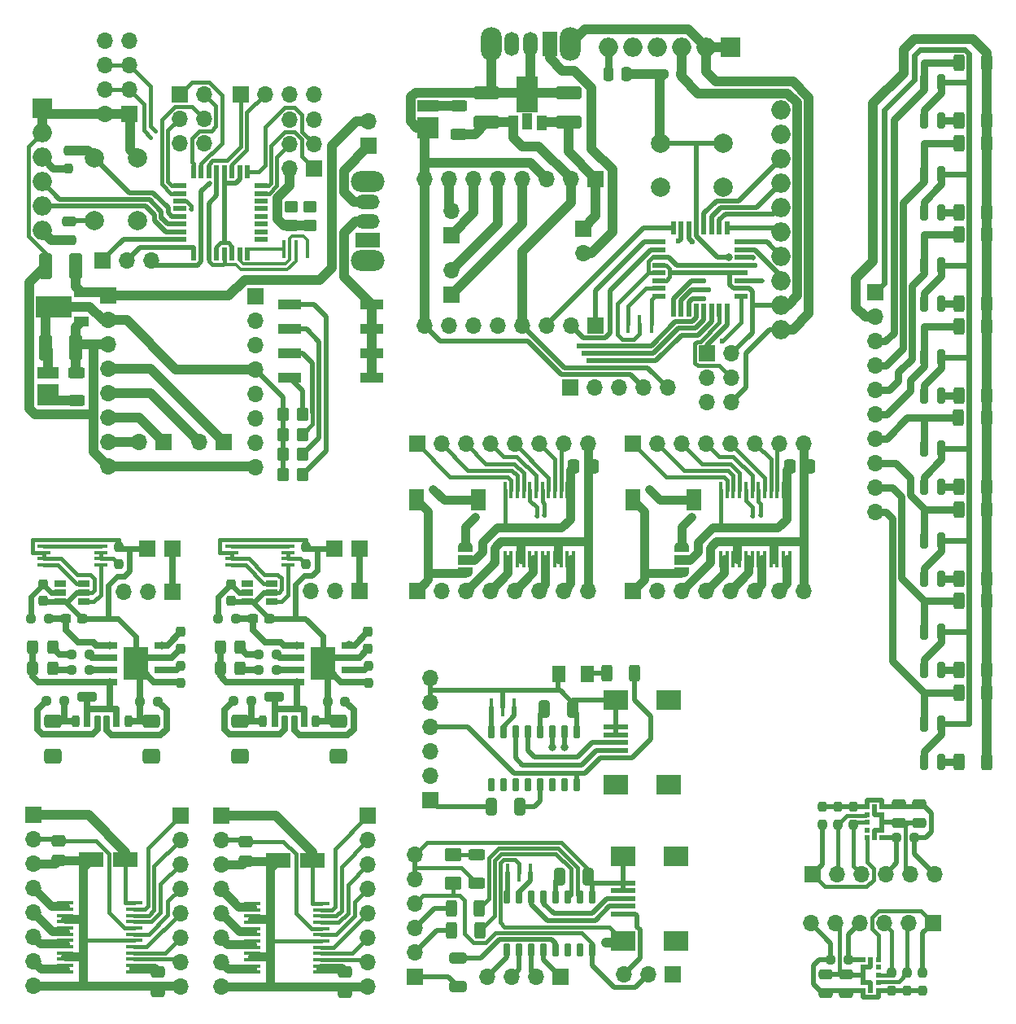
<source format=gbr>
%TF.GenerationSoftware,KiCad,Pcbnew,7.0.8*%
%TF.CreationDate,2024-03-05T23:25:32+02:00*%
%TF.ProjectId,JLC4_RoboChalangeBoards,4a4c4334-5f52-46f6-926f-4368616c616e,rev?*%
%TF.SameCoordinates,Original*%
%TF.FileFunction,Copper,L1,Top*%
%TF.FilePolarity,Positive*%
%FSLAX46Y46*%
G04 Gerber Fmt 4.6, Leading zero omitted, Abs format (unit mm)*
G04 Created by KiCad (PCBNEW 7.0.8) date 2024-03-05 23:25:32*
%MOMM*%
%LPD*%
G01*
G04 APERTURE LIST*
G04 Aperture macros list*
%AMRoundRect*
0 Rectangle with rounded corners*
0 $1 Rounding radius*
0 $2 $3 $4 $5 $6 $7 $8 $9 X,Y pos of 4 corners*
0 Add a 4 corners polygon primitive as box body*
4,1,4,$2,$3,$4,$5,$6,$7,$8,$9,$2,$3,0*
0 Add four circle primitives for the rounded corners*
1,1,$1+$1,$2,$3*
1,1,$1+$1,$4,$5*
1,1,$1+$1,$6,$7*
1,1,$1+$1,$8,$9*
0 Add four rect primitives between the rounded corners*
20,1,$1+$1,$2,$3,$4,$5,0*
20,1,$1+$1,$4,$5,$6,$7,0*
20,1,$1+$1,$6,$7,$8,$9,0*
20,1,$1+$1,$8,$9,$2,$3,0*%
%AMFreePoly0*
4,1,19,0.550000,-0.750000,0.000000,-0.750000,0.000000,-0.744911,-0.071157,-0.744911,-0.207708,-0.704816,-0.327430,-0.627875,-0.420627,-0.520320,-0.479746,-0.390866,-0.500000,-0.250000,-0.500000,0.250000,-0.479746,0.390866,-0.420627,0.520320,-0.327430,0.627875,-0.207708,0.704816,-0.071157,0.744911,0.000000,0.744911,0.000000,0.750000,0.550000,0.750000,0.550000,-0.750000,0.550000,-0.750000,
$1*%
%AMFreePoly1*
4,1,19,0.000000,0.744911,0.071157,0.744911,0.207708,0.704816,0.327430,0.627875,0.420627,0.520320,0.479746,0.390866,0.500000,0.250000,0.500000,-0.250000,0.479746,-0.390866,0.420627,-0.520320,0.327430,-0.627875,0.207708,-0.704816,0.071157,-0.744911,0.000000,-0.744911,0.000000,-0.750000,-0.550000,-0.750000,-0.550000,0.750000,0.000000,0.750000,0.000000,0.744911,0.000000,0.744911,
$1*%
G04 Aperture macros list end*
%TA.AperFunction,SMDPad,CuDef*%
%ADD10RoundRect,0.250000X-0.350000X-0.450000X0.350000X-0.450000X0.350000X0.450000X-0.350000X0.450000X0*%
%TD*%
%TA.AperFunction,ComponentPad*%
%ADD11R,1.700000X1.700000*%
%TD*%
%TA.AperFunction,ComponentPad*%
%ADD12O,1.700000X1.700000*%
%TD*%
%TA.AperFunction,SMDPad,CuDef*%
%ADD13R,0.400000X1.900000*%
%TD*%
%TA.AperFunction,SMDPad,CuDef*%
%ADD14RoundRect,0.250000X-0.750000X0.250000X-0.750000X-0.250000X0.750000X-0.250000X0.750000X0.250000X0*%
%TD*%
%TA.AperFunction,ComponentPad*%
%ADD15C,2.000000*%
%TD*%
%TA.AperFunction,SMDPad,CuDef*%
%ADD16R,1.750000X0.450000*%
%TD*%
%TA.AperFunction,SMDPad,CuDef*%
%ADD17R,1.200000X0.650000*%
%TD*%
%TA.AperFunction,SMDPad,CuDef*%
%ADD18RoundRect,0.250000X0.325000X0.450000X-0.325000X0.450000X-0.325000X-0.450000X0.325000X-0.450000X0*%
%TD*%
%TA.AperFunction,SMDPad,CuDef*%
%ADD19R,0.508000X1.422400*%
%TD*%
%TA.AperFunction,SMDPad,CuDef*%
%ADD20R,1.422400X0.508000*%
%TD*%
%TA.AperFunction,SMDPad,CuDef*%
%ADD21RoundRect,0.250000X-0.450000X0.350000X-0.450000X-0.350000X0.450000X-0.350000X0.450000X0.350000X0*%
%TD*%
%TA.AperFunction,SMDPad,CuDef*%
%ADD22FreePoly0,270.000000*%
%TD*%
%TA.AperFunction,SMDPad,CuDef*%
%ADD23R,1.500000X1.000000*%
%TD*%
%TA.AperFunction,SMDPad,CuDef*%
%ADD24FreePoly1,270.000000*%
%TD*%
%TA.AperFunction,SMDPad,CuDef*%
%ADD25RoundRect,0.250000X1.100000X-0.412500X1.100000X0.412500X-1.100000X0.412500X-1.100000X-0.412500X0*%
%TD*%
%TA.AperFunction,SMDPad,CuDef*%
%ADD26RoundRect,0.250001X0.462499X0.624999X-0.462499X0.624999X-0.462499X-0.624999X0.462499X-0.624999X0*%
%TD*%
%TA.AperFunction,SMDPad,CuDef*%
%ADD27RoundRect,0.250000X0.312500X0.625000X-0.312500X0.625000X-0.312500X-0.625000X0.312500X-0.625000X0*%
%TD*%
%TA.AperFunction,SMDPad,CuDef*%
%ADD28RoundRect,0.250000X-0.625000X0.312500X-0.625000X-0.312500X0.625000X-0.312500X0.625000X0.312500X0*%
%TD*%
%TA.AperFunction,SMDPad,CuDef*%
%ADD29R,1.000000X1.500000*%
%TD*%
%TA.AperFunction,SMDPad,CuDef*%
%ADD30R,2.200000X3.700000*%
%TD*%
%TA.AperFunction,SMDPad,CuDef*%
%ADD31R,1.000000X1.800000*%
%TD*%
%TA.AperFunction,SMDPad,CuDef*%
%ADD32RoundRect,0.237500X-0.237500X0.250000X-0.237500X-0.250000X0.237500X-0.250000X0.237500X0.250000X0*%
%TD*%
%TA.AperFunction,SMDPad,CuDef*%
%ADD33RoundRect,0.237500X0.237500X-0.250000X0.237500X0.250000X-0.237500X0.250000X-0.237500X-0.250000X0*%
%TD*%
%TA.AperFunction,SMDPad,CuDef*%
%ADD34R,1.475000X0.450000*%
%TD*%
%TA.AperFunction,SMDPad,CuDef*%
%ADD35RoundRect,0.250000X-0.312500X-0.625000X0.312500X-0.625000X0.312500X0.625000X-0.312500X0.625000X0*%
%TD*%
%TA.AperFunction,SMDPad,CuDef*%
%ADD36RoundRect,0.250000X0.475000X-0.337500X0.475000X0.337500X-0.475000X0.337500X-0.475000X-0.337500X0*%
%TD*%
%TA.AperFunction,SMDPad,CuDef*%
%ADD37RoundRect,0.237500X-0.250000X-0.237500X0.250000X-0.237500X0.250000X0.237500X-0.250000X0.237500X0*%
%TD*%
%TA.AperFunction,SMDPad,CuDef*%
%ADD38RoundRect,0.250000X-0.325000X-0.650000X0.325000X-0.650000X0.325000X0.650000X-0.325000X0.650000X0*%
%TD*%
%TA.AperFunction,SMDPad,CuDef*%
%ADD39RoundRect,0.250000X0.325000X0.650000X-0.325000X0.650000X-0.325000X-0.650000X0.325000X-0.650000X0*%
%TD*%
%TA.AperFunction,SMDPad,CuDef*%
%ADD40R,1.500000X2.200000*%
%TD*%
%TA.AperFunction,SMDPad,CuDef*%
%ADD41R,3.700000X2.200000*%
%TD*%
%TA.AperFunction,SMDPad,CuDef*%
%ADD42R,1.800000X1.000000*%
%TD*%
%TA.AperFunction,SMDPad,CuDef*%
%ADD43RoundRect,0.250000X1.050000X0.550000X-1.050000X0.550000X-1.050000X-0.550000X1.050000X-0.550000X0*%
%TD*%
%TA.AperFunction,SMDPad,CuDef*%
%ADD44RoundRect,0.250000X0.475000X-0.250000X0.475000X0.250000X-0.475000X0.250000X-0.475000X-0.250000X0*%
%TD*%
%TA.AperFunction,SMDPad,CuDef*%
%ADD45R,2.200000X2.200000*%
%TD*%
%TA.AperFunction,SMDPad,CuDef*%
%ADD46R,2.200000X1.250000*%
%TD*%
%TA.AperFunction,SMDPad,CuDef*%
%ADD47RoundRect,0.237500X-0.300000X-0.237500X0.300000X-0.237500X0.300000X0.237500X-0.300000X0.237500X0*%
%TD*%
%TA.AperFunction,SMDPad,CuDef*%
%ADD48R,2.500000X0.500000*%
%TD*%
%TA.AperFunction,SMDPad,CuDef*%
%ADD49R,2.500000X2.000000*%
%TD*%
%TA.AperFunction,ComponentPad*%
%ADD50O,3.500000X2.200000*%
%TD*%
%TA.AperFunction,ComponentPad*%
%ADD51R,2.500000X1.500000*%
%TD*%
%TA.AperFunction,ComponentPad*%
%ADD52O,2.500000X1.500000*%
%TD*%
%TA.AperFunction,SMDPad,CuDef*%
%ADD53RoundRect,0.250000X-0.250000X-0.475000X0.250000X-0.475000X0.250000X0.475000X-0.250000X0.475000X0*%
%TD*%
%TA.AperFunction,SMDPad,CuDef*%
%ADD54RoundRect,0.250000X-0.337500X-0.475000X0.337500X-0.475000X0.337500X0.475000X-0.337500X0.475000X0*%
%TD*%
%TA.AperFunction,SMDPad,CuDef*%
%ADD55R,2.440000X1.120000*%
%TD*%
%TA.AperFunction,SMDPad,CuDef*%
%ADD56R,0.450000X1.750000*%
%TD*%
%TA.AperFunction,SMDPad,CuDef*%
%ADD57RoundRect,0.250000X-0.475000X0.337500X-0.475000X-0.337500X0.475000X-0.337500X0.475000X0.337500X0*%
%TD*%
%TA.AperFunction,SMDPad,CuDef*%
%ADD58RoundRect,0.250000X0.412500X1.100000X-0.412500X1.100000X-0.412500X-1.100000X0.412500X-1.100000X0*%
%TD*%
%TA.AperFunction,SMDPad,CuDef*%
%ADD59RoundRect,0.197500X0.197500X0.632500X-0.197500X0.632500X-0.197500X-0.632500X0.197500X-0.632500X0*%
%TD*%
%TA.AperFunction,SMDPad,CuDef*%
%ADD60RoundRect,0.049600X-0.260400X0.605400X-0.260400X-0.605400X0.260400X-0.605400X0.260400X0.605400X0*%
%TD*%
%TA.AperFunction,SMDPad,CuDef*%
%ADD61RoundRect,0.250000X-0.475000X0.250000X-0.475000X-0.250000X0.475000X-0.250000X0.475000X0.250000X0*%
%TD*%
%TA.AperFunction,SMDPad,CuDef*%
%ADD62RoundRect,0.250000X0.650000X-0.325000X0.650000X0.325000X-0.650000X0.325000X-0.650000X-0.325000X0*%
%TD*%
%TA.AperFunction,SMDPad,CuDef*%
%ADD63RoundRect,0.237500X-0.237500X0.300000X-0.237500X-0.300000X0.237500X-0.300000X0.237500X0.300000X0*%
%TD*%
%TA.AperFunction,SMDPad,CuDef*%
%ADD64RoundRect,0.250000X-0.412500X-1.100000X0.412500X-1.100000X0.412500X1.100000X-0.412500X1.100000X0*%
%TD*%
%TA.AperFunction,ComponentPad*%
%ADD65R,2.000000X2.000000*%
%TD*%
%TA.AperFunction,ComponentPad*%
%ADD66O,2.000000X2.000000*%
%TD*%
%TA.AperFunction,SMDPad,CuDef*%
%ADD67RoundRect,0.175000X-0.175000X-0.425000X0.175000X-0.425000X0.175000X0.425000X-0.175000X0.425000X0*%
%TD*%
%TA.AperFunction,SMDPad,CuDef*%
%ADD68RoundRect,0.190000X0.190000X0.410000X-0.190000X0.410000X-0.190000X-0.410000X0.190000X-0.410000X0*%
%TD*%
%TA.AperFunction,SMDPad,CuDef*%
%ADD69RoundRect,0.200000X0.200000X0.400000X-0.200000X0.400000X-0.200000X-0.400000X0.200000X-0.400000X0*%
%TD*%
%TA.AperFunction,SMDPad,CuDef*%
%ADD70RoundRect,0.175000X0.175000X0.425000X-0.175000X0.425000X-0.175000X-0.425000X0.175000X-0.425000X0*%
%TD*%
%TA.AperFunction,SMDPad,CuDef*%
%ADD71RoundRect,0.190000X-0.190000X-0.410000X0.190000X-0.410000X0.190000X0.410000X-0.190000X0.410000X0*%
%TD*%
%TA.AperFunction,SMDPad,CuDef*%
%ADD72RoundRect,0.200000X-0.200000X-0.400000X0.200000X-0.400000X0.200000X0.400000X-0.200000X0.400000X0*%
%TD*%
%TA.AperFunction,SMDPad,CuDef*%
%ADD73RoundRect,0.250000X-0.650000X-0.425000X0.650000X-0.425000X0.650000X0.425000X-0.650000X0.425000X0*%
%TD*%
%TA.AperFunction,SMDPad,CuDef*%
%ADD74RoundRect,0.250000X-0.650000X-0.500000X0.650000X-0.500000X0.650000X0.500000X-0.650000X0.500000X0*%
%TD*%
%TA.AperFunction,ComponentPad*%
%ADD75O,2.200000X3.500000*%
%TD*%
%TA.AperFunction,ComponentPad*%
%ADD76R,1.500000X2.500000*%
%TD*%
%TA.AperFunction,ComponentPad*%
%ADD77O,1.500000X2.500000*%
%TD*%
%TA.AperFunction,SMDPad,CuDef*%
%ADD78R,1.525000X0.700000*%
%TD*%
%TA.AperFunction,SMDPad,CuDef*%
%ADD79R,2.513000X3.402000*%
%TD*%
%TA.AperFunction,SMDPad,CuDef*%
%ADD80RoundRect,0.237500X0.250000X0.237500X-0.250000X0.237500X-0.250000X-0.237500X0.250000X-0.237500X0*%
%TD*%
%TA.AperFunction,SMDPad,CuDef*%
%ADD81RoundRect,0.250001X0.624999X-0.462499X0.624999X0.462499X-0.624999X0.462499X-0.624999X-0.462499X0*%
%TD*%
%TA.AperFunction,SMDPad,CuDef*%
%ADD82R,0.500000X0.500000*%
%TD*%
%TA.AperFunction,SMDPad,CuDef*%
%ADD83RoundRect,0.250000X0.625000X-0.312500X0.625000X0.312500X-0.625000X0.312500X-0.625000X-0.312500X0*%
%TD*%
%TA.AperFunction,ViaPad*%
%ADD84C,0.800000*%
%TD*%
%TA.AperFunction,ViaPad*%
%ADD85C,0.600000*%
%TD*%
%TA.AperFunction,ViaPad*%
%ADD86C,0.500000*%
%TD*%
%TA.AperFunction,ViaPad*%
%ADD87C,1.000000*%
%TD*%
%TA.AperFunction,Conductor*%
%ADD88C,0.700000*%
%TD*%
%TA.AperFunction,Conductor*%
%ADD89C,0.500000*%
%TD*%
%TA.AperFunction,Conductor*%
%ADD90C,0.400000*%
%TD*%
%TA.AperFunction,Conductor*%
%ADD91C,0.600000*%
%TD*%
%TA.AperFunction,Conductor*%
%ADD92C,0.900000*%
%TD*%
%TA.AperFunction,Conductor*%
%ADD93C,0.350000*%
%TD*%
%TA.AperFunction,Conductor*%
%ADD94C,0.250000*%
%TD*%
%TA.AperFunction,Conductor*%
%ADD95C,1.000000*%
%TD*%
%TA.AperFunction,Conductor*%
%ADD96C,0.750000*%
%TD*%
%TA.AperFunction,Conductor*%
%ADD97C,0.450000*%
%TD*%
%TA.AperFunction,Conductor*%
%ADD98C,0.800000*%
%TD*%
G04 APERTURE END LIST*
D10*
%TO.P,R7,1*%
%TO.N,N/C*%
X67130000Y-96540000D03*
%TO.P,R7,2*%
X69130000Y-96540000D03*
%TD*%
D11*
%TO.P,J3,1,Pin_1*%
%TO.N,N/C*%
X107660000Y-148495000D03*
D12*
%TO.P,J3,2,Pin_2*%
X105120000Y-148495000D03*
%TO.P,J3,3,Pin_3*%
X102580000Y-148495000D03*
%TD*%
D13*
%TO.P,Y1,1,1*%
%TO.N,N/C*%
X103035000Y-80922800D03*
%TO.P,Y1,2,2*%
X104235000Y-80922800D03*
%TO.P,Y1,3,3*%
X105435000Y-80922800D03*
%TD*%
D14*
%TO.P,VCC,1*%
%TO.N,N/C*%
X46690000Y-119690000D03*
%TD*%
D15*
%TO.P,SW2,1,1*%
%TO.N,N/C*%
X52010000Y-63590000D03*
X52010000Y-70090000D03*
%TO.P,SW2,2,2*%
X47510000Y-63590000D03*
X47510000Y-70090000D03*
%TD*%
D11*
%TO.P,J7,1,Pin_1*%
%TO.N,N/C*%
X84660000Y-77865000D03*
D12*
%TO.P,J7,2,Pin_2*%
X84660000Y-75325000D03*
%TD*%
D11*
%TO.P,J9,1,Pin_1*%
%TO.N,N/C*%
X99635000Y-81040000D03*
D12*
%TO.P,J9,2,Pin_2*%
X97095000Y-81040000D03*
%TO.P,J9,3,Pin_3*%
X94555000Y-81040000D03*
%TO.P,J9,4*%
X92015000Y-81040000D03*
%TO.P,J9,5*%
X89475000Y-81040000D03*
%TO.P,J9,6*%
X86935000Y-81040000D03*
%TO.P,J9,7*%
X84395000Y-81040000D03*
%TO.P,J9,8*%
X81855000Y-81040000D03*
%TD*%
D16*
%TO.P,U2,1,AO1*%
%TO.N,N/C*%
X63897600Y-141166000D03*
%TO.P,U2,2,AO1*%
X63897600Y-141816000D03*
%TO.P,U2,3,PGND1*%
X63897600Y-142466000D03*
%TO.P,U2,4,PGND1*%
X63897600Y-143116000D03*
%TO.P,U2,5,AO2*%
X63897600Y-143766000D03*
%TO.P,U2,6,AO2*%
X63897600Y-144416000D03*
%TO.P,U2,7,BO2*%
X63897600Y-145066000D03*
%TO.P,U2,8,BO2*%
X63897600Y-145716000D03*
%TO.P,U2,9,PGND2*%
X63897600Y-146366000D03*
%TO.P,U2,10,PGND2*%
X63897600Y-147016000D03*
%TO.P,U2,11,BO1*%
X63897600Y-147666000D03*
%TO.P,U2,12,BO1*%
X63897600Y-148316000D03*
%TO.P,U2,13,VM2*%
X71097600Y-148316000D03*
%TO.P,U2,14,VM3*%
X71097600Y-147666000D03*
%TO.P,U2,15,PWMB*%
X71097600Y-147016000D03*
%TO.P,U2,16,BIN2*%
X71097600Y-146366000D03*
%TO.P,U2,17,BIN1*%
X71097600Y-145716000D03*
%TO.P,U2,18,GND*%
X71097600Y-145066000D03*
%TO.P,U2,19,STBY*%
X71097600Y-144416000D03*
%TO.P,U2,20,VCC*%
X71097600Y-143766000D03*
%TO.P,U2,21,AIN1*%
X71097600Y-143116000D03*
%TO.P,U2,22,AIN2*%
X71097600Y-142466000D03*
%TO.P,U2,23,PWMA*%
X71097600Y-141816000D03*
%TO.P,U2,24,VM1*%
X71097600Y-141166000D03*
%TD*%
D17*
%TO.P,U3,1,OD*%
%TO.N,N/C*%
X46420000Y-109770000D03*
%TO.P,U3,2,CS*%
X46420000Y-108820000D03*
%TO.P,U3,3,OC*%
X46420000Y-107870000D03*
%TO.P,U3,4,TD*%
X43920000Y-107870000D03*
%TO.P,U3,5,VCC*%
X43920000Y-108820000D03*
%TO.P,U3,6,GND*%
X43920000Y-109770000D03*
%TD*%
D18*
%TO.P,D1,1,K*%
%TO.N,N/C*%
X62620000Y-116680000D03*
%TO.P,D1,2,A*%
X60570000Y-116680000D03*
%TD*%
D19*
%TO.P,U1,1,~PD3*%
%TO.N,N/C*%
X57807201Y-73565000D03*
%TO.P,U1,2,PD4*%
X58607199Y-73565000D03*
%TO.P,U1,3,GND*%
X59407200Y-73565000D03*
%TO.P,U1,4,VCC*%
X60207201Y-73565000D03*
%TO.P,U1,5,GND*%
X61007199Y-73565000D03*
%TO.P,U1,6,VCC*%
X61807200Y-73565000D03*
%TO.P,U1,7,XTAL1/PB6*%
X62607199Y-73565000D03*
%TO.P,U1,8,XTAL2/PB7*%
X63407199Y-73565000D03*
D20*
%TO.P,U1,9,~PD5*%
X64874400Y-72097799D03*
%TO.P,U1,10,~PD6*%
X64874400Y-71297801D03*
%TO.P,U1,11,PD7*%
X64874400Y-70497800D03*
%TO.P,U1,12,PB0*%
X64874400Y-69697799D03*
%TO.P,U1,13,~PB1*%
X64874400Y-68897801D03*
%TO.P,U1,14,~PB2*%
X64874400Y-68097800D03*
%TO.P,U1,15,~PB3*%
X64874400Y-67297801D03*
%TO.P,U1,16,PB4*%
X64874400Y-66497801D03*
D19*
%TO.P,U1,17,PB5*%
X63407199Y-65030600D03*
%TO.P,U1,18,AVCC*%
X62607201Y-65030600D03*
%TO.P,U1,19,ADC6*%
X61807200Y-65030600D03*
%TO.P,U1,20,AREF*%
X61007199Y-65030600D03*
%TO.P,U1,21,GND*%
X60207201Y-65030600D03*
%TO.P,U1,22,ADC7*%
X59407200Y-65030600D03*
%TO.P,U1,23,A0/PC0*%
X58607201Y-65030600D03*
%TO.P,U1,24,A1/PC1*%
X57807201Y-65030600D03*
D20*
%TO.P,U1,25,A2/PC2*%
X56340000Y-66497801D03*
%TO.P,U1,26,A3/PC3*%
X56340000Y-67297799D03*
%TO.P,U1,27,A4/PC4*%
X56340000Y-68097800D03*
%TO.P,U1,28,A5/PC5*%
X56340000Y-68897801D03*
%TO.P,U1,29,~{RESET}/PC6*%
X56340000Y-69697799D03*
%TO.P,U1,30,RX/PD0*%
X56340000Y-70497800D03*
%TO.P,U1,31,TX/PD1*%
X56340000Y-71297799D03*
%TO.P,U1,32,PD2*%
X56340000Y-72097799D03*
%TD*%
D18*
%TO.P,D2,1,K*%
%TO.N,N/C*%
X43122000Y-114515000D03*
%TO.P,D2,2,A*%
X41072000Y-114515000D03*
%TD*%
D21*
%TO.P,R11,1*%
%TO.N,N/C*%
X67930000Y-68680000D03*
%TO.P,R11,2*%
X67930000Y-70680000D03*
%TD*%
D22*
%TO.P,JP1,1,A*%
%TO.N,N/C*%
X86120000Y-104120000D03*
D23*
%TO.P,JP1,2,C*%
X86120000Y-105420000D03*
D24*
%TO.P,JP1,3,B*%
X86120000Y-106720000D03*
%TD*%
D11*
%TO.P,J1,1,Pin_1*%
%TO.N,N/C*%
X98335000Y-70940000D03*
D12*
%TO.P,J1,2,Pin_2*%
X98335000Y-73480000D03*
%TD*%
D18*
%TO.P,D2,1,K*%
%TO.N,N/C*%
X62620000Y-114500000D03*
%TO.P,D2,2,A*%
X60570000Y-114500000D03*
%TD*%
D25*
%TO.P,C3,1*%
%TO.N,N/C*%
X88330000Y-59925000D03*
%TO.P,C3,2*%
X88330000Y-56800000D03*
%TD*%
D26*
%TO.P,LED,1*%
%TO.N,N/C*%
X98762500Y-117265000D03*
%TO.P,LED,2*%
X95787500Y-117265000D03*
%TD*%
D27*
%TO.P,R15,1*%
%TO.N,N/C*%
X140371250Y-119230000D03*
%TO.P,R15,2*%
X137446250Y-119230000D03*
%TD*%
%TO.P,R7,1*%
%TO.N,N/C*%
X140371250Y-100155000D03*
%TO.P,R7,2*%
X137446250Y-100155000D03*
%TD*%
D11*
%TO.P,J8,1,Pin_1*%
%TO.N,N/C*%
X48350000Y-74260000D03*
D12*
%TO.P,J8,2,Pin_2*%
X50890000Y-74260000D03*
%TO.P,J8,3,Pin_3*%
X53430000Y-74260000D03*
%TD*%
D28*
%TO.P,R1,1*%
%TO.N,N/C*%
X45657800Y-85927200D03*
%TO.P,R1,2*%
X45657800Y-88852200D03*
%TD*%
D29*
%TO.P,U2,1,VO*%
%TO.N,N/C*%
X91060000Y-59940000D03*
D30*
%TO.P,U2,2,GND*%
X92560000Y-57040000D03*
D31*
X92560000Y-59790000D03*
D29*
%TO.P,U2,3,VI*%
X94060000Y-59940000D03*
%TD*%
D13*
%TO.P,Y1,1,1*%
%TO.N,N/C*%
X69640000Y-73080000D03*
%TO.P,Y1,2,2*%
X68440000Y-73080000D03*
%TO.P,Y1,3,3*%
X67240000Y-73080000D03*
%TD*%
D25*
%TO.P,C2,1*%
%TO.N,N/C*%
X96810000Y-59925000D03*
%TO.P,C2,2*%
X96810000Y-56800000D03*
%TD*%
D13*
%TO.P,12MHz,1*%
%TO.N,N/C*%
X88795000Y-120745000D03*
%TO.P,12MHz,2*%
X89995000Y-120745000D03*
%TO.P,12MHz,3*%
X91195000Y-120745000D03*
%TD*%
D32*
%TO.P,R2,1*%
%TO.N,N/C*%
X126450000Y-131125000D03*
%TO.P,R2,2*%
X126450000Y-132950000D03*
%TD*%
D33*
%TO.P,R20,1*%
%TO.N,N/C*%
X49990000Y-105892500D03*
%TO.P,R20,2*%
X49990000Y-104067500D03*
%TD*%
D34*
%TO.P,U2,1,D12_1*%
%TO.N,N/C*%
X61750000Y-103990000D03*
%TO.P,U2,2,S1_1*%
X61750000Y-104640000D03*
%TO.P,U2,3,S1_2*%
X61750000Y-105290000D03*
%TO.P,U2,4,G1*%
X61750000Y-105940000D03*
%TO.P,U2,5,G2*%
X67626000Y-105940000D03*
%TO.P,U2,6,S2_1*%
X67626000Y-105290000D03*
%TO.P,U2,7,S2_2*%
X67626000Y-104640000D03*
%TO.P,U2,8,D12_2*%
X67626000Y-103990000D03*
%TD*%
D35*
%TO.P,R2,1*%
%TO.N,N/C*%
X84637500Y-141655000D03*
%TO.P,R2,2*%
X87562500Y-141655000D03*
%TD*%
D22*
%TO.P,JP1,1,A*%
%TO.N,N/C*%
X108606000Y-104120000D03*
D23*
%TO.P,JP1,2,C*%
X108606000Y-105420000D03*
D24*
%TO.P,JP1,3,B*%
X108606000Y-106720000D03*
%TD*%
D36*
%TO.P,C4,1*%
%TO.N,N/C*%
X43750000Y-136717500D03*
%TO.P,C4,2*%
X43750000Y-134642500D03*
%TD*%
D11*
%TO.P,J2,1,Pin_1*%
%TO.N,N/C*%
X97017200Y-87522800D03*
D12*
%TO.P,J2,2,Pin_2*%
X99557200Y-87522800D03*
%TO.P,J2,3,Pin_3*%
X102097200Y-87522800D03*
%TO.P,J2,4,Pin_4*%
X104637200Y-87522800D03*
%TO.P,J2,5,Pin_5*%
X107177200Y-87522800D03*
%TD*%
D37*
%TO.P,R1,1*%
%TO.N,N/C*%
X45109500Y-116865000D03*
%TO.P,R1,2*%
X46934500Y-116865000D03*
%TD*%
D38*
%TO.P,C4,1*%
%TO.N,N/C*%
X95945000Y-138335000D03*
%TO.P,C4,2*%
X98895000Y-138335000D03*
%TD*%
D39*
%TO.P,100nF,1*%
%TO.N,N/C*%
X97270000Y-120945000D03*
%TO.P,100nF,2*%
X94320000Y-120945000D03*
%TD*%
D21*
%TO.P,R12,1*%
%TO.N,N/C*%
X69940000Y-68680000D03*
%TO.P,R12,2*%
X69940000Y-70680000D03*
%TD*%
D40*
%TO.P,L1,1,1*%
%TO.N,N/C*%
X81030000Y-99190000D03*
%TO.P,L1,2,2*%
X87430000Y-99190000D03*
%TD*%
D37*
%TO.P,R4,1*%
%TO.N,N/C*%
X124117500Y-147010000D03*
%TO.P,R4,2*%
X125942500Y-147010000D03*
%TD*%
D11*
%TO.P,J7,1,Pin_1*%
%TO.N,N/C*%
X60966186Y-93190228D03*
D12*
%TO.P,J7,2,Pin_2*%
X58426186Y-93190228D03*
%TD*%
D27*
%TO.P,R6,1*%
%TO.N,N/C*%
X140371250Y-69280000D03*
%TO.P,R6,2*%
X137446250Y-69280000D03*
%TD*%
D23*
%TO.P,U2,1,GND*%
%TO.N,N/C*%
X46128750Y-80590000D03*
D41*
%TO.P,U2,2,VO*%
X43228750Y-79090000D03*
D42*
X45978750Y-79090000D03*
D23*
%TO.P,U2,3,VI*%
X46128750Y-77590000D03*
%TD*%
D27*
%TO.P,R11,1*%
%TO.N,N/C*%
X140371250Y-109705000D03*
%TO.P,R11,2*%
X137446250Y-109705000D03*
%TD*%
D11*
%TO.P,SW1,1,A*%
%TO.N,N/C*%
X75118000Y-108685000D03*
D12*
%TO.P,SW1,2,B*%
X72578000Y-108685000D03*
%TO.P,SW1,3,C*%
X70038000Y-108685000D03*
%TD*%
D35*
%TO.P,R3,1*%
%TO.N,N/C*%
X84657500Y-143985000D03*
%TO.P,R3,2*%
X87582500Y-143985000D03*
%TD*%
D43*
%TO.P,C3,1*%
%TO.N,N/C*%
X70187600Y-136656000D03*
%TO.P,C3,2*%
X66587600Y-136656000D03*
%TD*%
D44*
%TO.P,C3,1*%
%TO.N,N/C*%
X44895000Y-72140000D03*
%TO.P,C3,2*%
X44895000Y-70240000D03*
%TD*%
D45*
%TO.P,D1,1,K*%
%TO.N,N/C*%
X82185000Y-60490000D03*
D46*
%TO.P,D1,2,A*%
X82185000Y-58215000D03*
%TD*%
D11*
%TO.P,J3,1,Pin_1*%
%TO.N,N/C*%
X53000000Y-104280000D03*
%TD*%
D37*
%TO.P,R2,1*%
%TO.N,N/C*%
X64607500Y-115230000D03*
%TO.P,R2,2*%
X66432500Y-115230000D03*
%TD*%
D43*
%TO.P,C3,1*%
%TO.N,N/C*%
X50700000Y-136600000D03*
%TO.P,C3,2*%
X47100000Y-136600000D03*
%TD*%
D37*
%TO.P,R1,1*%
%TO.N,N/C*%
X106727500Y-54890000D03*
%TO.P,R1,2*%
X108552500Y-54890000D03*
%TD*%
D11*
%TO.P,J20,1,Pin_1*%
%TO.N,N/C*%
X48948586Y-77952500D03*
D12*
%TO.P,J20,2,Pin_2*%
X48948586Y-80492500D03*
%TO.P,J20,3*%
X48948586Y-83032500D03*
%TO.P,J20,4*%
X48948586Y-85572500D03*
%TO.P,J20,5*%
X48948586Y-88112500D03*
%TO.P,J20,6*%
X48948586Y-90652500D03*
%TO.P,J20,7*%
X48948586Y-93192500D03*
%TO.P,J20,8*%
X48948586Y-95732500D03*
%TD*%
D11*
%TO.P,J2,1,Pin_1*%
%TO.N,N/C*%
X70320000Y-64730000D03*
D12*
%TO.P,J2,2,Pin_2*%
X67780000Y-64730000D03*
%TO.P,J2,3,Pin_3*%
X70320000Y-62190000D03*
%TO.P,J2,4,Pin_4*%
X67780000Y-62190000D03*
%TO.P,J2,5,Pin_5*%
X70320000Y-59650000D03*
%TO.P,J2,6,Pin_6*%
X67780000Y-59650000D03*
%TD*%
D47*
%TO.P,C3,1*%
%TO.N,N/C*%
X63975500Y-111515000D03*
%TO.P,C3,2*%
X65700500Y-111515000D03*
%TD*%
D48*
%TO.P,USB,1*%
%TO.N,N/C*%
X101720000Y-126020000D03*
%TO.P,USB,2*%
X101720000Y-125220000D03*
%TO.P,USB,3*%
X101720000Y-124420000D03*
%TO.P,USB,4*%
X101720000Y-123620000D03*
%TO.P,USB,5*%
X101720000Y-122820000D03*
D49*
%TO.P,USB,6*%
X101720000Y-128820000D03*
X107220000Y-128820000D03*
X101720000Y-120020000D03*
X107220000Y-120020000D03*
%TD*%
D37*
%TO.P,R19,1*%
%TO.N,N/C*%
X40877500Y-111530000D03*
%TO.P,R19,2*%
X42702500Y-111530000D03*
%TD*%
D11*
%TO.P,J2,1,Pin_1*%
%TO.N,N/C*%
X75098000Y-104265000D03*
%TD*%
D50*
%TO.P,SW1,*%
%TO.N,*%
X75890000Y-74290000D03*
X75890000Y-66090000D03*
D51*
%TO.P,SW1,1,A*%
%TO.N,N/C*%
X75890000Y-72190000D03*
D52*
%TO.P,SW1,2,B*%
X75890000Y-70190000D03*
%TO.P,SW1,3,C*%
X75890000Y-68190000D03*
%TD*%
D53*
%TO.P,C6,1*%
%TO.N,N/C*%
X100965000Y-54910000D03*
%TO.P,C6,2*%
X102865000Y-54910000D03*
%TD*%
D54*
%TO.P,C5,1*%
%TO.N,N/C*%
X97342500Y-95710000D03*
%TO.P,C5,2*%
X99417500Y-95710000D03*
%TD*%
D17*
%TO.P,U3,1,OD*%
%TO.N,N/C*%
X65918000Y-109755000D03*
%TO.P,U3,2,CS*%
X65918000Y-108805000D03*
%TO.P,U3,3,OC*%
X65918000Y-107855000D03*
%TO.P,U3,4,TD*%
X63418000Y-107855000D03*
%TO.P,U3,5,VCC*%
X63418000Y-108805000D03*
%TO.P,U3,6,GND*%
X63418000Y-109755000D03*
%TD*%
D10*
%TO.P,R10,1*%
%TO.N,N/C*%
X67130000Y-90300000D03*
%TO.P,R10,2*%
X69130000Y-90300000D03*
%TD*%
D55*
%TO.P,SW3,1*%
%TO.N,N/C*%
X67760000Y-78870000D03*
%TO.P,SW3,2*%
X67760000Y-81410000D03*
%TO.P,SW3,3*%
X67760000Y-83950000D03*
%TO.P,SW3,4*%
X67760000Y-86490000D03*
%TO.P,SW3,5*%
X76370000Y-86490000D03*
%TO.P,SW3,6*%
X76370000Y-83950000D03*
%TO.P,SW3,7*%
X76370000Y-81410000D03*
%TO.P,SW3,8*%
X76370000Y-78870000D03*
%TD*%
D56*
%TO.P,U2,1,AO1*%
%TO.N,N/C*%
X112686000Y-105380000D03*
%TO.P,U2,2,AO1*%
X113336000Y-105380000D03*
%TO.P,U2,3,PGND1*%
X113986000Y-105380000D03*
%TO.P,U2,4,PGND1*%
X114636000Y-105380000D03*
%TO.P,U2,5,AO2*%
X115286000Y-105380000D03*
%TO.P,U2,6,AO2*%
X115936000Y-105380000D03*
%TO.P,U2,7,BO2*%
X116586000Y-105380000D03*
%TO.P,U2,8,BO2*%
X117236000Y-105380000D03*
%TO.P,U2,9,PGND2*%
X117886000Y-105380000D03*
%TO.P,U2,10,PGND2*%
X118536000Y-105380000D03*
%TO.P,U2,11,BO1*%
X119186000Y-105380000D03*
%TO.P,U2,12,BO1*%
X119836000Y-105380000D03*
%TO.P,U2,13,VM2*%
X119836000Y-98180000D03*
%TO.P,U2,14,VM3*%
X119186000Y-98180000D03*
%TO.P,U2,15,PWMB*%
X118536000Y-98180000D03*
%TO.P,U2,16,BIN2*%
X117886000Y-98180000D03*
%TO.P,U2,17,BIN1*%
X117236000Y-98180000D03*
%TO.P,U2,18,GND*%
X116586000Y-98180000D03*
%TO.P,U2,19,STBY*%
X115936000Y-98180000D03*
%TO.P,U2,20,VCC*%
X115286000Y-98180000D03*
%TO.P,U2,21,AIN1*%
X114636000Y-98180000D03*
%TO.P,U2,22,AIN2*%
X113986000Y-98180000D03*
%TO.P,U2,23,PWMA*%
X113336000Y-98180000D03*
%TO.P,U2,24,VM1*%
X112686000Y-98180000D03*
%TD*%
D32*
%TO.P,R1,1*%
%TO.N,N/C*%
X124850000Y-131120000D03*
%TO.P,R1,2*%
X124850000Y-132945000D03*
%TD*%
D11*
%TO.P,SW1,1,A*%
%TO.N,N/C*%
X55620000Y-108700000D03*
D12*
%TO.P,SW1,2,B*%
X53080000Y-108700000D03*
%TO.P,SW1,3,C*%
X50540000Y-108700000D03*
%TD*%
D35*
%TO.P,2.7K,1*%
%TO.N,N/C*%
X100782500Y-117245000D03*
%TO.P,2.7K,2*%
X103707500Y-117245000D03*
%TD*%
D27*
%TO.P,R9,1*%
%TO.N,N/C*%
X140371250Y-116905000D03*
%TO.P,R9,2*%
X137446250Y-116905000D03*
%TD*%
D33*
%TO.P,R3,1*%
%TO.N,N/C*%
X133710000Y-150212500D03*
%TO.P,R3,2*%
X133710000Y-148387500D03*
%TD*%
D57*
%TO.P,C5,1*%
%TO.N,N/C*%
X54080000Y-148252500D03*
%TO.P,C5,2*%
X54080000Y-150327500D03*
%TD*%
D10*
%TO.P,R9,1*%
%TO.N,N/C*%
X67130000Y-92380000D03*
%TO.P,R9,2*%
X69130000Y-92380000D03*
%TD*%
D58*
%TO.P,C1,1*%
%TO.N,N/C*%
X45511250Y-74880000D03*
%TO.P,C1,2*%
X42386250Y-74880000D03*
%TD*%
D18*
%TO.P,D1,1,K*%
%TO.N,N/C*%
X43122000Y-116695000D03*
%TO.P,D1,2,A*%
X41072000Y-116695000D03*
%TD*%
D11*
%TO.P,J3,1,Pin_1*%
%TO.N,N/C*%
X111245000Y-83960000D03*
D12*
%TO.P,J3,2,Pin_2*%
X113785000Y-83960000D03*
%TO.P,J3,3,Pin_3*%
X111245000Y-86500000D03*
%TO.P,J3,4,Pin_4*%
X113785000Y-86500000D03*
%TO.P,J3,5,Pin_5*%
X111245000Y-89040000D03*
%TO.P,J3,6,Pin_6*%
X113785000Y-89040000D03*
%TD*%
D59*
%TO.P,U7,1,K*%
%TO.N,N/C*%
X135633750Y-122430000D03*
%TO.P,U7,2,A*%
X135633750Y-126430000D03*
%TO.P,U7,3,C*%
X133833750Y-122430000D03*
%TO.P,U7,4,E*%
X133833750Y-126430000D03*
%TD*%
D60*
%TO.P,U2,1,GND*%
%TO.N,N/C*%
X99332500Y-140487500D03*
%TO.P,U2,2,TXD*%
X98062500Y-140487500D03*
%TO.P,U2,3,RXD*%
X96792500Y-140487500D03*
%TO.P,U2,4,V3*%
X95522500Y-140487500D03*
%TO.P,U2,5,UD+*%
X94252500Y-140487500D03*
%TO.P,U2,6,UD-*%
X92982500Y-140487500D03*
%TO.P,U2,7,XI*%
X91712500Y-140487500D03*
%TO.P,U2,8,XO*%
X90442500Y-140487500D03*
%TO.P,U2,9,~{CTS}*%
X90442500Y-145987500D03*
%TO.P,U2,10,~{DSR}*%
X91712500Y-145987500D03*
%TO.P,U2,11,~{RI}*%
X92982500Y-145987500D03*
%TO.P,U2,12,~{DCD}*%
X94252500Y-145987500D03*
%TO.P,U2,13,~{DTR}*%
X95522500Y-145987500D03*
%TO.P,U2,14,~{RTS}*%
X96792500Y-145987500D03*
%TO.P,U2,15,R232*%
X98062500Y-145987500D03*
%TO.P,U2,16,VCC*%
X99332500Y-145987500D03*
%TD*%
D33*
%TO.P,R1,1*%
%TO.N,N/C*%
X132090000Y-150200000D03*
%TO.P,R1,2*%
X132090000Y-148375000D03*
%TD*%
D57*
%TO.P,C5,1*%
%TO.N,N/C*%
X73567600Y-148308500D03*
%TO.P,C5,2*%
X73567600Y-150383500D03*
%TD*%
D32*
%TO.P,R3,1*%
%TO.N,N/C*%
X123230000Y-131107500D03*
%TO.P,R3,2*%
X123230000Y-132932500D03*
%TD*%
%TO.P,R2,1*%
%TO.N,N/C*%
X44800000Y-62857500D03*
%TO.P,R2,2*%
X44800000Y-64682500D03*
%TD*%
D61*
%TO.P,C2,1*%
%TO.N,N/C*%
X123610000Y-148570000D03*
%TO.P,C2,2*%
X123610000Y-150470000D03*
%TD*%
D62*
%TO.P,C6,1*%
%TO.N,N/C*%
X85350000Y-149790000D03*
%TO.P,C6,2*%
X85350000Y-146840000D03*
%TD*%
D33*
%TO.P,R20,1*%
%TO.N,N/C*%
X69488000Y-105877500D03*
%TO.P,R20,2*%
X69488000Y-104052500D03*
%TD*%
D63*
%TO.P,C2,1*%
%TO.N,N/C*%
X56470000Y-112927500D03*
%TO.P,C2,2*%
X56470000Y-114652500D03*
%TD*%
D11*
%TO.P,J6,1,Pin_1*%
%TO.N,N/C*%
X84660000Y-71615000D03*
D12*
%TO.P,J6,2,Pin_2*%
X84660000Y-69075000D03*
%TD*%
D14*
%TO.P,VCC,1*%
%TO.N,N/C*%
X66188000Y-119675000D03*
%TD*%
D64*
%TO.P,C2,1*%
%TO.N,N/C*%
X42396250Y-83340000D03*
%TO.P,C2,2*%
X45521250Y-83340000D03*
%TD*%
D27*
%TO.P,R10,1*%
%TO.N,N/C*%
X140371250Y-78805000D03*
%TO.P,R10,2*%
X137446250Y-78805000D03*
%TD*%
D63*
%TO.P,C1,1*%
%TO.N,N/C*%
X42170000Y-107957500D03*
%TO.P,C1,2*%
X42170000Y-109682500D03*
%TD*%
D56*
%TO.P,U2,1,AO1*%
%TO.N,N/C*%
X90200000Y-105380000D03*
%TO.P,U2,2,AO1*%
X90850000Y-105380000D03*
%TO.P,U2,3,PGND1*%
X91500000Y-105380000D03*
%TO.P,U2,4,PGND1*%
X92150000Y-105380000D03*
%TO.P,U2,5,AO2*%
X92800000Y-105380000D03*
%TO.P,U2,6,AO2*%
X93450000Y-105380000D03*
%TO.P,U2,7,BO2*%
X94100000Y-105380000D03*
%TO.P,U2,8,BO2*%
X94750000Y-105380000D03*
%TO.P,U2,9,PGND2*%
X95400000Y-105380000D03*
%TO.P,U2,10,PGND2*%
X96050000Y-105380000D03*
%TO.P,U2,11,BO1*%
X96700000Y-105380000D03*
%TO.P,U2,12,BO1*%
X97350000Y-105380000D03*
%TO.P,U2,13,VM2*%
X97350000Y-98180000D03*
%TO.P,U2,14,VM3*%
X96700000Y-98180000D03*
%TO.P,U2,15,PWMB*%
X96050000Y-98180000D03*
%TO.P,U2,16,BIN2*%
X95400000Y-98180000D03*
%TO.P,U2,17,BIN1*%
X94750000Y-98180000D03*
%TO.P,U2,18,GND*%
X94100000Y-98180000D03*
%TO.P,U2,19,STBY*%
X93450000Y-98180000D03*
%TO.P,U2,20,VCC*%
X92800000Y-98180000D03*
%TO.P,U2,21,AIN1*%
X92150000Y-98180000D03*
%TO.P,U2,22,AIN2*%
X91500000Y-98180000D03*
%TO.P,U2,23,PWMA*%
X90850000Y-98180000D03*
%TO.P,U2,24,VM1*%
X90200000Y-98180000D03*
%TD*%
D10*
%TO.P,R8,1*%
%TO.N,N/C*%
X67130000Y-94460000D03*
%TO.P,R8,2*%
X69130000Y-94460000D03*
%TD*%
D11*
%TO.P,J10,1,Pin_1*%
%TO.N,N/C*%
X62695126Y-56974874D03*
D12*
%TO.P,J10,2,Pin_2*%
X65235126Y-56974874D03*
%TO.P,J10,3,Pin_3*%
X67775126Y-56974874D03*
%TO.P,J10,4,Pin_4*%
X70315126Y-56974874D03*
%TD*%
D60*
%TO.P,CH340G,1*%
%TO.N,N/C*%
X97667500Y-123297500D03*
%TO.P,CH340G,2*%
X96397500Y-123297500D03*
%TO.P,CH340G,3*%
X95127500Y-123297500D03*
%TO.P,CH340G,4*%
X93857500Y-123297500D03*
%TO.P,CH340G,5*%
X92587500Y-123297500D03*
%TO.P,CH340G,6*%
X91317500Y-123297500D03*
%TO.P,CH340G,7*%
X90047500Y-123297500D03*
%TO.P,CH340G,8*%
X88777500Y-123297500D03*
%TO.P,CH340G,9*%
X88777500Y-128797500D03*
%TO.P,CH340G,10*%
X90047500Y-128797500D03*
%TO.P,CH340G,11*%
X91317500Y-128797500D03*
%TO.P,CH340G,12*%
X92587500Y-128797500D03*
%TO.P,CH340G,13*%
X93857500Y-128797500D03*
%TO.P,CH340G,14*%
X95127500Y-128797500D03*
%TO.P,CH340G,15*%
X96397500Y-128797500D03*
%TO.P,CH340G,16*%
X97667500Y-128797500D03*
%TD*%
D33*
%TO.P,R5,1*%
%TO.N,N/C*%
X75978000Y-118237500D03*
%TO.P,R5,2*%
X75978000Y-116412500D03*
%TD*%
D27*
%TO.P,R12,1*%
%TO.N,N/C*%
X140371250Y-71605000D03*
%TO.P,R12,2*%
X137446250Y-71605000D03*
%TD*%
D11*
%TO.P,J4,1,Pin_1*%
%TO.N,N/C*%
X80840000Y-148785000D03*
D12*
%TO.P,J4,2,Pin_2*%
X80840000Y-146245000D03*
%TO.P,J4,3,Pin_3*%
X80840000Y-143705000D03*
%TO.P,J4,4,Pin_4*%
X80840000Y-141165000D03*
%TO.P,J4,5,Pin_5*%
X80840000Y-138625000D03*
%TO.P,J4,6,Pin_6*%
X80840000Y-136085000D03*
%TD*%
D63*
%TO.P,C2,1*%
%TO.N,N/C*%
X75968000Y-112912500D03*
%TO.P,C2,2*%
X75968000Y-114637500D03*
%TD*%
D44*
%TO.P,C1,1*%
%TO.N,N/C*%
X131240000Y-132760000D03*
%TO.P,C1,2*%
X131240000Y-130860000D03*
%TD*%
D11*
%TO.P,J21,1,Pin_1*%
%TO.N,N/C*%
X64213586Y-77967500D03*
D12*
%TO.P,J21,2,Pin_2*%
X64213586Y-80507500D03*
%TO.P,J21,3,Pin_3*%
X64213586Y-83047500D03*
%TO.P,J21,4*%
X64213586Y-85587500D03*
%TO.P,J21,5*%
X64213586Y-88127500D03*
%TO.P,J21,6*%
X64213586Y-90667500D03*
%TO.P,J21,7*%
X64213586Y-93207500D03*
%TO.P,J21,8*%
X64213586Y-95747500D03*
%TD*%
D65*
%TO.P,J5,1,Pin_1*%
%TO.N,N/C*%
X42040000Y-58460000D03*
D66*
%TO.P,J5,2,Pin_2*%
X42040000Y-61000000D03*
%TO.P,J5,3,Pin_3*%
X42040000Y-63540000D03*
%TO.P,J5,4,Pin_4*%
X42040000Y-66080000D03*
%TO.P,J5,5,Pin_5*%
X42040000Y-68620000D03*
%TO.P,J5,6,Pin_6*%
X42040000Y-71160000D03*
%TD*%
D27*
%TO.P,R13,1*%
%TO.N,N/C*%
X140371250Y-126430000D03*
%TO.P,R13,2*%
X137446250Y-126430000D03*
%TD*%
D67*
%TO.P,J1,A5,CC1*%
%TO.N,N/C*%
X67278000Y-122165000D03*
D68*
%TO.P,J1,A9,VBUS*%
X69298000Y-122165000D03*
D69*
%TO.P,J1,A12,GND*%
X70528000Y-122165000D03*
D70*
%TO.P,J1,B5,CC2*%
X68278000Y-122165000D03*
D71*
%TO.P,J1,B9,VBUS*%
X66258000Y-122165000D03*
D72*
%TO.P,J1,B12,GND*%
X65028000Y-122165000D03*
D73*
%TO.P,J1,S1,SHIELD*%
X62653000Y-122220000D03*
D74*
X62653000Y-125800000D03*
D73*
X72903000Y-122220000D03*
D74*
X72903000Y-125800000D03*
%TD*%
D37*
%TO.P,R6,1*%
%TO.N,N/C*%
X52257500Y-120160000D03*
%TO.P,R6,2*%
X54082500Y-120160000D03*
%TD*%
D27*
%TO.P,R3,1*%
%TO.N,N/C*%
X140358750Y-90655000D03*
%TO.P,R3,2*%
X137433750Y-90655000D03*
%TD*%
D11*
%TO.P,REF\u002A\u002A,1*%
%TO.N,N/C*%
X82432500Y-130425000D03*
D12*
%TO.P,REF\u002A\u002A,2*%
X82432500Y-127885000D03*
%TO.P,REF\u002A\u002A,3*%
X82432500Y-125345000D03*
%TO.P,REF\u002A\u002A,4*%
X82432500Y-122805000D03*
%TO.P,REF\u002A\u002A,5*%
X82432500Y-120265000D03*
%TO.P,REF\u002A\u002A,6*%
X82432500Y-117725000D03*
%TD*%
D11*
%TO.P,J2,1,Pin_1*%
%TO.N,N/C*%
X55600000Y-104280000D03*
%TD*%
D47*
%TO.P,C3,1*%
%TO.N,N/C*%
X44477500Y-111530000D03*
%TO.P,C3,2*%
X46202500Y-111530000D03*
%TD*%
D27*
%TO.P,R4,1*%
%TO.N,N/C*%
X140371250Y-53730000D03*
%TO.P,R4,2*%
X137446250Y-53730000D03*
%TD*%
D20*
%TO.P,U1,1,~PD3*%
%TO.N,N/C*%
X106267800Y-72372801D03*
%TO.P,U1,2,PD4*%
X106267800Y-73172799D03*
%TO.P,U1,3,GND*%
X106267800Y-73972800D03*
%TO.P,U1,4,VCC*%
X106267800Y-74772801D03*
%TO.P,U1,5,GND*%
X106267800Y-75572799D03*
%TO.P,U1,6,VCC*%
X106267800Y-76372800D03*
%TO.P,U1,7,XTAL1/PB6*%
X106267800Y-77172799D03*
%TO.P,U1,8,XTAL2/PB7*%
X106267800Y-77972799D03*
D19*
%TO.P,U1,9,~PD5*%
X107735001Y-79440000D03*
%TO.P,U1,10,~PD6*%
X108534999Y-79440000D03*
%TO.P,U1,11,PD7*%
X109335000Y-79440000D03*
%TO.P,U1,12,PB0*%
X110135001Y-79440000D03*
%TO.P,U1,13,~PB1*%
X110934999Y-79440000D03*
%TO.P,U1,14,~PB2*%
X111735000Y-79440000D03*
%TO.P,U1,15,~PB3*%
X112534999Y-79440000D03*
%TO.P,U1,16,PB4*%
X113334999Y-79440000D03*
D20*
%TO.P,U1,17,PB5*%
X114802200Y-77972799D03*
%TO.P,U1,18,AVCC*%
X114802200Y-77172801D03*
%TO.P,U1,19,ADC6*%
X114802200Y-76372800D03*
%TO.P,U1,20,AREF*%
X114802200Y-75572799D03*
%TO.P,U1,21,GND*%
X114802200Y-74772801D03*
%TO.P,U1,22,ADC7*%
X114802200Y-73972800D03*
%TO.P,U1,23,A0/PC0*%
X114802200Y-73172801D03*
%TO.P,U1,24,A1/PC1*%
X114802200Y-72372801D03*
D19*
%TO.P,U1,25,A2/PC2*%
X113334999Y-70905600D03*
%TO.P,U1,26,A3/PC3*%
X112535001Y-70905600D03*
%TO.P,U1,27,A4/PC4*%
X111735000Y-70905600D03*
%TO.P,U1,28,A5/PC5*%
X110934999Y-70905600D03*
%TO.P,U1,29,~{RESET}/PC6*%
X110135001Y-70905600D03*
%TO.P,U1,30,RX/PD0*%
X109335000Y-70905600D03*
%TO.P,U1,31,TX/PD1*%
X108535001Y-70905600D03*
%TO.P,U1,32,PD2*%
X107735001Y-70905600D03*
%TD*%
D75*
%TO.P,SW2,*%
%TO.N,*%
X96985000Y-51740000D03*
X88785000Y-51740000D03*
D76*
%TO.P,SW2,1,A*%
%TO.N,N/C*%
X94885000Y-51740000D03*
D77*
%TO.P,SW2,2,B*%
X92885000Y-51740000D03*
%TO.P,SW2,3,C*%
X90885000Y-51740000D03*
%TD*%
D59*
%TO.P,U1,1,K*%
%TO.N,N/C*%
X135633750Y-93855000D03*
%TO.P,U1,2,A*%
X135633750Y-97855000D03*
%TO.P,U1,3,C*%
X133833750Y-93855000D03*
%TO.P,U1,4,E*%
X133833750Y-97855000D03*
%TD*%
D48*
%TO.P,J1,1,VCC*%
%TO.N,N/C*%
X102550000Y-142235000D03*
%TO.P,J1,2,D-*%
X102550000Y-141435000D03*
%TO.P,J1,3,D+*%
X102550000Y-140635000D03*
%TO.P,J1,4,GND*%
X102550000Y-139835000D03*
%TO.P,J1,5*%
X102550000Y-139035000D03*
D49*
%TO.P,J1,6*%
X102550000Y-145035000D03*
X108050000Y-145035000D03*
X102550000Y-136235000D03*
X108050000Y-136235000D03*
%TD*%
D34*
%TO.P,U2,1,D12_1*%
%TO.N,N/C*%
X42252000Y-104005000D03*
%TO.P,U2,2,S1_1*%
X42252000Y-104655000D03*
%TO.P,U2,3,S1_2*%
X42252000Y-105305000D03*
%TO.P,U2,4,G1*%
X42252000Y-105955000D03*
%TO.P,U2,5,G2*%
X48128000Y-105955000D03*
%TO.P,U2,6,S2_1*%
X48128000Y-105305000D03*
%TO.P,U2,7,S2_2*%
X48128000Y-104655000D03*
%TO.P,U2,8,D12_2*%
X48128000Y-104005000D03*
%TD*%
D37*
%TO.P,R2,1*%
%TO.N,N/C*%
X45109500Y-115245000D03*
%TO.P,R2,2*%
X46934500Y-115245000D03*
%TD*%
D13*
%TO.P,Y1,1,1*%
%TO.N,N/C*%
X92860000Y-137935000D03*
%TO.P,Y1,2,2*%
X91660000Y-137935000D03*
%TO.P,Y1,3,3*%
X90460000Y-137935000D03*
%TD*%
D11*
%TO.P,J2,1,Pin_1*%
%TO.N,N/C*%
X96030000Y-148815000D03*
D12*
%TO.P,J2,2,Pin_2*%
X93490000Y-148815000D03*
%TO.P,J2,3,Pin_3*%
X90950000Y-148815000D03*
%TO.P,J2,4,Pin_4*%
X88410000Y-148815000D03*
%TD*%
D59*
%TO.P,U4,1,K*%
%TO.N,N/C*%
X135633750Y-65280000D03*
%TO.P,U4,2,A*%
X135633750Y-69280000D03*
%TO.P,U4,3,C*%
X133833750Y-65280000D03*
%TO.P,U4,4,E*%
X133833750Y-69280000D03*
%TD*%
%TO.P,U5,1,K*%
%TO.N,N/C*%
X135633750Y-112905000D03*
%TO.P,U5,2,A*%
X135633750Y-116905000D03*
%TO.P,U5,3,C*%
X133833750Y-112905000D03*
%TO.P,U5,4,E*%
X133833750Y-116905000D03*
%TD*%
D78*
%TO.P,U1,1,TEMP1*%
%TO.N,N/C*%
X73972000Y-118095000D03*
%TO.P,U1,2,PROG2*%
X73972000Y-116825000D03*
%TO.P,U1,3,GND_3*%
X73972000Y-115555000D03*
%TO.P,U1,4,VCC4*%
X73972000Y-114285000D03*
%TO.P,U1,5,BAT*%
X68548000Y-114285000D03*
%TO.P,U1,6,~{STDBY}*%
X68548000Y-115555000D03*
%TO.P,U1,7,~{CHRG}*%
X68548000Y-116825000D03*
%TO.P,U1,8,CE*%
X68548000Y-118095000D03*
D79*
%TO.P,U1,9,EP*%
X71260000Y-116190000D03*
%TD*%
D80*
%TO.P,R7,1*%
%TO.N,N/C*%
X44322500Y-120110000D03*
%TO.P,R7,2*%
X42497500Y-120110000D03*
%TD*%
D61*
%TO.P,C1,1*%
%TO.N,N/C*%
X125700000Y-148560000D03*
%TO.P,C1,2*%
X125700000Y-150460000D03*
%TD*%
D33*
%TO.P,R5,1*%
%TO.N,N/C*%
X56480000Y-118252500D03*
%TO.P,R5,2*%
X56480000Y-116427500D03*
%TD*%
D39*
%TO.P,100nF,1*%
%TO.N,N/C*%
X91770000Y-131095000D03*
%TO.P,100nF,2*%
X88820000Y-131095000D03*
%TD*%
D27*
%TO.P,R5,1*%
%TO.N,N/C*%
X140371250Y-107380000D03*
%TO.P,R5,2*%
X137446250Y-107380000D03*
%TD*%
%TO.P,R16,1*%
%TO.N,N/C*%
X140371250Y-81130000D03*
%TO.P,R16,2*%
X137446250Y-81130000D03*
%TD*%
D36*
%TO.P,C4,1*%
%TO.N,N/C*%
X63237600Y-136773500D03*
%TO.P,C4,2*%
X63237600Y-134698500D03*
%TD*%
D40*
%TO.P,L1,1,1*%
%TO.N,N/C*%
X103516000Y-99190000D03*
%TO.P,L1,2,2*%
X109916000Y-99190000D03*
%TD*%
D27*
%TO.P,R14,1*%
%TO.N,N/C*%
X140371250Y-88330000D03*
%TO.P,R14,2*%
X137446250Y-88330000D03*
%TD*%
D45*
%TO.P,D1,1,K*%
%TO.N,N/C*%
X42678750Y-88270000D03*
D46*
%TO.P,D1,2,A*%
X42678750Y-85995000D03*
%TD*%
D33*
%TO.P,R2,1*%
%TO.N,N/C*%
X130490000Y-150195000D03*
%TO.P,R2,2*%
X130490000Y-148370000D03*
%TD*%
D27*
%TO.P,R8,1*%
%TO.N,N/C*%
X140371250Y-62080000D03*
%TO.P,R8,2*%
X137446250Y-62080000D03*
%TD*%
D59*
%TO.P,U6,1,K*%
%TO.N,N/C*%
X135633750Y-74805000D03*
%TO.P,U6,2,A*%
X135633750Y-78805000D03*
%TO.P,U6,3,C*%
X133833750Y-74805000D03*
%TO.P,U6,4,E*%
X133833750Y-78805000D03*
%TD*%
D27*
%TO.P,R2,1*%
%TO.N,N/C*%
X140371250Y-59755000D03*
%TO.P,R2,2*%
X137446250Y-59755000D03*
%TD*%
D63*
%TO.P,C1,1*%
%TO.N,N/C*%
X61668000Y-107942500D03*
%TO.P,C1,2*%
X61668000Y-109667500D03*
%TD*%
D59*
%TO.P,U3,1,K*%
%TO.N,N/C*%
X135633750Y-103380000D03*
%TO.P,U3,2,A*%
X135633750Y-107380000D03*
%TO.P,U3,3,C*%
X133833750Y-103380000D03*
%TO.P,U3,4,E*%
X133833750Y-107380000D03*
%TD*%
D66*
%TO.P,J5,1,Pin_1*%
%TO.N,N/C*%
X118935000Y-58590000D03*
%TO.P,J5,2,Pin_2*%
X118935000Y-61130000D03*
%TO.P,J5,3,Pin_3*%
X118935000Y-63670000D03*
%TO.P,J5,4,Pin_4*%
X118935000Y-66210000D03*
%TO.P,J5,5,Pin_5*%
X118935000Y-68750000D03*
%TO.P,J5,6,Pin_6*%
X118935000Y-71290000D03*
%TO.P,J5,7,Pin_7*%
X118935000Y-73830000D03*
%TO.P,J5,8,Pin_8*%
X118935000Y-76370000D03*
%TO.P,J5,9,Pin_9*%
X118935000Y-78910000D03*
%TO.P,J5,10,Pin_10*%
X118935000Y-81450000D03*
%TD*%
D54*
%TO.P,C5,1*%
%TO.N,N/C*%
X119828500Y-95710000D03*
%TO.P,C5,2*%
X121903500Y-95710000D03*
%TD*%
D11*
%TO.P,J3,1,Pin_1*%
%TO.N,N/C*%
X72498000Y-104265000D03*
%TD*%
D78*
%TO.P,U1,1,TEMP1*%
%TO.N,N/C*%
X54474000Y-118110000D03*
%TO.P,U1,2,PROG2*%
X54474000Y-116840000D03*
%TO.P,U1,3,GND_3*%
X54474000Y-115570000D03*
%TO.P,U1,4,VCC4*%
X54474000Y-114300000D03*
%TO.P,U1,5,BAT*%
X49050000Y-114300000D03*
%TO.P,U1,6,~{STDBY}*%
X49050000Y-115570000D03*
%TO.P,U1,7,~{CHRG}*%
X49050000Y-116840000D03*
%TO.P,U1,8,CE*%
X49050000Y-118110000D03*
D79*
%TO.P,U1,9,EP*%
X51762000Y-116205000D03*
%TD*%
D11*
%TO.P,J8,1,Pin_1*%
%TO.N,N/C*%
X99650000Y-65775000D03*
D12*
%TO.P,J8,2,Pin_2*%
X97110000Y-65775000D03*
%TO.P,J8,3*%
X94570000Y-65775000D03*
%TO.P,J8,4*%
X92030000Y-65775000D03*
%TO.P,J8,5*%
X89490000Y-65775000D03*
%TO.P,J8,6*%
X86950000Y-65775000D03*
%TO.P,J8,7*%
X84410000Y-65775000D03*
%TO.P,J8,8*%
X81870000Y-65775000D03*
%TD*%
D37*
%TO.P,R1,1*%
%TO.N,N/C*%
X64607500Y-116850000D03*
%TO.P,R1,2*%
X66432500Y-116850000D03*
%TD*%
D27*
%TO.P,R1,1*%
%TO.N,N/C*%
X140371250Y-97830000D03*
%TO.P,R1,2*%
X137446250Y-97830000D03*
%TD*%
D67*
%TO.P,J1,A5,CC1*%
%TO.N,N/C*%
X47780000Y-122180000D03*
D68*
%TO.P,J1,A9,VBUS*%
X49800000Y-122180000D03*
D69*
%TO.P,J1,A12,GND*%
X51030000Y-122180000D03*
D70*
%TO.P,J1,B5,CC2*%
X48780000Y-122180000D03*
D71*
%TO.P,J1,B9,VBUS*%
X46760000Y-122180000D03*
D72*
%TO.P,J1,B12,GND*%
X45530000Y-122180000D03*
D73*
%TO.P,J1,S1,SHIELD*%
X43155000Y-122235000D03*
D74*
X43155000Y-125815000D03*
D73*
X53405000Y-122235000D03*
D74*
X53405000Y-125815000D03*
%TD*%
D81*
%TO.P,D1,1,K*%
%TO.N,N/C*%
X84820000Y-139022500D03*
%TO.P,D1,2,A*%
X84820000Y-136047500D03*
%TD*%
D16*
%TO.P,U2,1,AO1*%
%TO.N,N/C*%
X44410000Y-141110000D03*
%TO.P,U2,2,AO1*%
X44410000Y-141760000D03*
%TO.P,U2,3,PGND1*%
X44410000Y-142410000D03*
%TO.P,U2,4,PGND1*%
X44410000Y-143060000D03*
%TO.P,U2,5,AO2*%
X44410000Y-143710000D03*
%TO.P,U2,6,AO2*%
X44410000Y-144360000D03*
%TO.P,U2,7,BO2*%
X44410000Y-145010000D03*
%TO.P,U2,8,BO2*%
X44410000Y-145660000D03*
%TO.P,U2,9,PGND2*%
X44410000Y-146310000D03*
%TO.P,U2,10,PGND2*%
X44410000Y-146960000D03*
%TO.P,U2,11,BO1*%
X44410000Y-147610000D03*
%TO.P,U2,12,BO1*%
X44410000Y-148260000D03*
%TO.P,U2,13,VM2*%
X51610000Y-148260000D03*
%TO.P,U2,14,VM3*%
X51610000Y-147610000D03*
%TO.P,U2,15,PWMB*%
X51610000Y-146960000D03*
%TO.P,U2,16,BIN2*%
X51610000Y-146310000D03*
%TO.P,U2,17,BIN1*%
X51610000Y-145660000D03*
%TO.P,U2,18,GND*%
X51610000Y-145010000D03*
%TO.P,U2,19,STBY*%
X51610000Y-144360000D03*
%TO.P,U2,20,VCC*%
X51610000Y-143710000D03*
%TO.P,U2,21,AIN1*%
X51610000Y-143060000D03*
%TO.P,U2,22,AIN2*%
X51610000Y-142410000D03*
%TO.P,U2,23,PWMA*%
X51610000Y-141760000D03*
%TO.P,U2,24,VM1*%
X51610000Y-141110000D03*
%TD*%
D37*
%TO.P,R6,1*%
%TO.N,N/C*%
X71755500Y-120145000D03*
%TO.P,R6,2*%
X73580500Y-120145000D03*
%TD*%
D11*
%TO.P,J4,1,Pin_1*%
%TO.N,N/C*%
X56345126Y-56974874D03*
D12*
%TO.P,J4,2,Pin_2*%
X58885126Y-56974874D03*
%TO.P,J4,3,Pin_3*%
X56345126Y-59514874D03*
%TO.P,J4,4,Pin_4*%
X58885126Y-59514874D03*
%TO.P,J4,5,Pin_5*%
X56345126Y-62054874D03*
%TO.P,J4,6,Pin_6*%
X58885126Y-62054874D03*
%TD*%
D65*
%TO.P,J4,1,Pin_1*%
%TO.N,N/C*%
X113655000Y-52060000D03*
D66*
%TO.P,J4,2,Pin_2*%
X111115000Y-52060000D03*
%TO.P,J4,3,Pin_3*%
X108575000Y-52060000D03*
%TO.P,J4,4,Pin_4*%
X106035000Y-52060000D03*
%TO.P,J4,5,Pin_5*%
X103495000Y-52060000D03*
%TO.P,J4,6,Pin_6*%
X100955000Y-52060000D03*
%TD*%
D37*
%TO.P,R19,1*%
%TO.N,N/C*%
X60375500Y-111515000D03*
%TO.P,R19,2*%
X62200500Y-111515000D03*
%TD*%
D80*
%TO.P,R7,1*%
%TO.N,N/C*%
X63820500Y-120095000D03*
%TO.P,R7,2*%
X61995500Y-120095000D03*
%TD*%
D59*
%TO.P,U2,1,K*%
%TO.N,N/C*%
X135633750Y-55755000D03*
%TO.P,U2,2,A*%
X135633750Y-59755000D03*
%TO.P,U2,3,C*%
X133833750Y-55755000D03*
%TO.P,U2,4,E*%
X133833750Y-59755000D03*
%TD*%
D11*
%TO.P,J6,1,Pin_1*%
%TO.N,N/C*%
X54716186Y-93190228D03*
D12*
%TO.P,J6,2,Pin_2*%
X52176186Y-93190228D03*
%TD*%
D82*
%TO.P,U1,1,AVDDVCSEL*%
%TO.N,N/C*%
X127460000Y-150210000D03*
%TO.P,U1,2,AVSSVCSEL*%
X127460000Y-149410000D03*
%TO.P,U1,3,GND*%
X127460000Y-148610000D03*
%TO.P,U1,4,GND*%
X127460000Y-147810000D03*
%TO.P,U1,5,XSHUT*%
X127460000Y-147010000D03*
%TO.P,U1,6,GND*%
X128260000Y-147010000D03*
%TO.P,U1,7,GPIO1*%
X129060000Y-147010000D03*
%TO.P,U1,8,DNC*%
X129060000Y-147810000D03*
%TO.P,U1,9,SDA*%
X129060000Y-148610000D03*
%TO.P,U1,10,SCL*%
X129060000Y-149410000D03*
%TO.P,U1,11,AVDD*%
X129060000Y-150210000D03*
%TO.P,U1,12,GND*%
X128260000Y-150210000D03*
%TD*%
D44*
%TO.P,C2,1*%
%TO.N,N/C*%
X133330000Y-132750000D03*
%TO.P,C2,2*%
X133330000Y-130850000D03*
%TD*%
D15*
%TO.P,SW1,1,1*%
%TO.N,N/C*%
X106387200Y-62122800D03*
X112887200Y-62122800D03*
%TO.P,SW1,2,2*%
X106387200Y-66622800D03*
X112887200Y-66622800D03*
%TD*%
D11*
%TO.P,J9,1,Pin_1*%
%TO.N,N/C*%
X51145000Y-59070000D03*
D12*
%TO.P,J9,2,Pin_2*%
X48605000Y-59070000D03*
%TO.P,J9,3,Pin_3*%
X51145000Y-56530000D03*
%TO.P,J9,4,Pin_4*%
X48605000Y-56530000D03*
%TO.P,J9,5,Pin_5*%
X51145000Y-53990000D03*
%TO.P,J9,6,Pin_6*%
X48605000Y-53990000D03*
%TO.P,J9,7,Pin_7*%
X51145000Y-51450000D03*
%TO.P,J9,8,Pin_8*%
X48605000Y-51450000D03*
%TD*%
D59*
%TO.P,U8,1,K*%
%TO.N,N/C*%
X135633750Y-84330000D03*
%TO.P,U8,2,A*%
X135633750Y-88330000D03*
%TO.P,U8,3,C*%
X133833750Y-84330000D03*
%TO.P,U8,4,E*%
X133833750Y-88330000D03*
%TD*%
D28*
%TO.P,R2,1*%
%TO.N,N/C*%
X85385000Y-58227500D03*
%TO.P,R2,2*%
X85385000Y-61152500D03*
%TD*%
D83*
%TO.P,R1,1*%
%TO.N,N/C*%
X87240000Y-139027500D03*
%TO.P,R1,2*%
X87240000Y-136102500D03*
%TD*%
D82*
%TO.P,U1,1,AVDDVCSEL*%
%TO.N,N/C*%
X129480000Y-131110000D03*
%TO.P,U1,2,AVSSVCSEL*%
X129480000Y-131910000D03*
%TO.P,U1,3,GND*%
X129480000Y-132710000D03*
%TO.P,U1,4,GND*%
X129480000Y-133510000D03*
%TO.P,U1,5,XSHUT*%
X129480000Y-134310000D03*
%TO.P,U1,6,GND*%
X128680000Y-134310000D03*
%TO.P,U1,7,GPIO1*%
X127880000Y-134310000D03*
%TO.P,U1,8,DNC*%
X127880000Y-133510000D03*
%TO.P,U1,9,SDA*%
X127880000Y-132710000D03*
%TO.P,U1,10,SCL*%
X127880000Y-131910000D03*
%TO.P,U1,11,AVDD*%
X127880000Y-131110000D03*
%TO.P,U1,12,GND*%
X128680000Y-131110000D03*
%TD*%
D11*
%TO.P,J1,1,Pin_1*%
%TO.N,N/C*%
X76030000Y-62370000D03*
D12*
%TO.P,J1,2,Pin_2*%
X76030000Y-59830000D03*
%TD*%
D80*
%TO.P,R4,1*%
%TO.N,N/C*%
X132822500Y-134310000D03*
%TO.P,R4,2*%
X130997500Y-134310000D03*
%TD*%
D11*
%TO.P,J1,1,Pin_1*%
%TO.N,N/C*%
X41172400Y-131974000D03*
D12*
%TO.P,J1,2,Pin_2*%
X41172400Y-134514000D03*
%TO.P,J1,3,Pin_3*%
X41172400Y-137054000D03*
%TO.P,J1,4,Pin_4*%
X41172400Y-139594000D03*
%TO.P,J1,5,Pin_5*%
X41172400Y-142134000D03*
%TO.P,J1,6,Pin_6*%
X41172400Y-144674000D03*
%TO.P,J1,7,Pin_7*%
X41172400Y-147214000D03*
%TO.P,J1,8,Pin_8*%
X41172400Y-149754000D03*
%TD*%
D11*
%TO.P,J1,1,Pin_1*%
%TO.N,N/C*%
X60660000Y-132030000D03*
D12*
%TO.P,J1,2,Pin_2*%
X60660000Y-134570000D03*
%TO.P,J1,3,Pin_3*%
X60660000Y-137110000D03*
%TO.P,J1,4,Pin_4*%
X60660000Y-139650000D03*
%TO.P,J1,5,Pin_5*%
X60660000Y-142190000D03*
%TO.P,J1,6,Pin_6*%
X60660000Y-144730000D03*
%TO.P,J1,7,Pin_7*%
X60660000Y-147270000D03*
%TO.P,J1,8,Pin_8*%
X60660000Y-149810000D03*
%TD*%
D11*
%TO.P,J2,1,Pin_1*%
%TO.N,N/C*%
X103565000Y-93352600D03*
D12*
%TO.P,J2,2,Pin_2*%
X106105000Y-93352600D03*
%TO.P,J2,3,Pin_3*%
X108645000Y-93352600D03*
%TO.P,J2,4,Pin_4*%
X111185000Y-93352600D03*
%TO.P,J2,5,Pin_5*%
X113725000Y-93352600D03*
%TO.P,J2,6,Pin_6*%
X116265000Y-93352600D03*
%TO.P,J2,7,Pin_7*%
X118805000Y-93352600D03*
%TO.P,J2,8,Pin_8*%
X121345000Y-93352600D03*
%TD*%
D11*
%TO.P,J1,1,Pin_1*%
%TO.N,N/C*%
X122210000Y-138130000D03*
D12*
%TO.P,J1,2,Pin_2*%
X124750000Y-138130000D03*
%TO.P,J1,3,Pin_3*%
X127290000Y-138130000D03*
%TO.P,J1,4,Pin_4*%
X129830000Y-138130000D03*
%TO.P,J1,5,Pin_5*%
X132370000Y-138130000D03*
%TO.P,J1,6,Pin_6*%
X134910000Y-138130000D03*
%TD*%
D11*
%TO.P,J1,1,Pin_1*%
%TO.N,N/C*%
X103550000Y-108617600D03*
D12*
%TO.P,J1,2,Pin_2*%
X106090000Y-108617600D03*
%TO.P,J1,3,Pin_3*%
X108630000Y-108617600D03*
%TO.P,J1,4,Pin_4*%
X111170000Y-108617600D03*
%TO.P,J1,5,Pin_5*%
X113710000Y-108617600D03*
%TO.P,J1,6,Pin_6*%
X116250000Y-108617600D03*
%TO.P,J1,7,Pin_7*%
X118790000Y-108617600D03*
%TO.P,J1,8,Pin_8*%
X121330000Y-108617600D03*
%TD*%
D11*
%TO.P,J1,1,Pin_1*%
%TO.N,N/C*%
X134730000Y-143190000D03*
D12*
%TO.P,J1,2,Pin_2*%
X132190000Y-143190000D03*
%TO.P,J1,3,Pin_3*%
X129650000Y-143190000D03*
%TO.P,J1,4,Pin_4*%
X127110000Y-143190000D03*
%TO.P,J1,5,Pin_5*%
X124570000Y-143190000D03*
%TO.P,J1,6,Pin_6*%
X122030000Y-143190000D03*
%TD*%
D11*
%TO.P,J1,1,Pin_1*%
%TO.N,N/C*%
X81064000Y-108617600D03*
D12*
%TO.P,J1,2,Pin_2*%
X83604000Y-108617600D03*
%TO.P,J1,3,Pin_3*%
X86144000Y-108617600D03*
%TO.P,J1,4,Pin_4*%
X88684000Y-108617600D03*
%TO.P,J1,5,Pin_5*%
X91224000Y-108617600D03*
%TO.P,J1,6,Pin_6*%
X93764000Y-108617600D03*
%TO.P,J1,7,Pin_7*%
X96304000Y-108617600D03*
%TO.P,J1,8,Pin_8*%
X98844000Y-108617600D03*
%TD*%
D11*
%TO.P,J2,1,Pin_1*%
%TO.N,N/C*%
X56437400Y-131989000D03*
D12*
%TO.P,J2,2,Pin_2*%
X56437400Y-134529000D03*
%TO.P,J2,3,Pin_3*%
X56437400Y-137069000D03*
%TO.P,J2,4,Pin_4*%
X56437400Y-139609000D03*
%TO.P,J2,5,Pin_5*%
X56437400Y-142149000D03*
%TO.P,J2,6,Pin_6*%
X56437400Y-144689000D03*
%TO.P,J2,7,Pin_7*%
X56437400Y-147229000D03*
%TO.P,J2,8,Pin_8*%
X56437400Y-149769000D03*
%TD*%
D11*
%TO.P,J2,1,Pin_1*%
%TO.N,N/C*%
X81079000Y-93352600D03*
D12*
%TO.P,J2,2,Pin_2*%
X83619000Y-93352600D03*
%TO.P,J2,3,Pin_3*%
X86159000Y-93352600D03*
%TO.P,J2,4,Pin_4*%
X88699000Y-93352600D03*
%TO.P,J2,5,Pin_5*%
X91239000Y-93352600D03*
%TO.P,J2,6,Pin_6*%
X93779000Y-93352600D03*
%TO.P,J2,7,Pin_7*%
X96319000Y-93352600D03*
%TO.P,J2,8,Pin_8*%
X98859000Y-93352600D03*
%TD*%
D11*
%TO.P,J2,1,Pin_1*%
%TO.N,N/C*%
X75925000Y-132045000D03*
D12*
%TO.P,J2,2,Pin_2*%
X75925000Y-134585000D03*
%TO.P,J2,3,Pin_3*%
X75925000Y-137125000D03*
%TO.P,J2,4,Pin_4*%
X75925000Y-139665000D03*
%TO.P,J2,5,Pin_5*%
X75925000Y-142205000D03*
%TO.P,J2,6,Pin_6*%
X75925000Y-144745000D03*
%TO.P,J2,7,Pin_7*%
X75925000Y-147285000D03*
%TO.P,J2,8,Pin_8*%
X75925000Y-149825000D03*
%TD*%
D11*
%TO.P,J1,1,Pin_1*%
%TO.N,N/C*%
X128783750Y-77590000D03*
D12*
%TO.P,J1,2,Pin_2*%
X128783750Y-80130000D03*
%TO.P,J1,3,Pin_3*%
X128783750Y-82670000D03*
%TO.P,J1,4,Pin_4*%
X128783750Y-85210000D03*
%TO.P,J1,5,Pin_5*%
X128783750Y-87750000D03*
%TO.P,J1,6,Pin_6*%
X128783750Y-90290000D03*
%TO.P,J1,7,Pin_7*%
X128783750Y-92830000D03*
%TO.P,J1,8,Pin_8*%
X128783750Y-95370000D03*
%TO.P,J1,9,Pin_9*%
X128783750Y-97910000D03*
%TO.P,J1,10,Pin_10*%
X128783750Y-100450000D03*
%TD*%
D84*
%TO.N,*%
X89070000Y-105610000D03*
D85*
X110935000Y-76390000D03*
D84*
X68548000Y-114285000D03*
D86*
X56340000Y-68897801D03*
D85*
X109685000Y-72340000D03*
D84*
X95145000Y-124895000D03*
X67930000Y-68680000D03*
D86*
X53845626Y-60809530D03*
X116816000Y-100790000D03*
X53345126Y-61454874D03*
D84*
X54480000Y-114290000D03*
X111556000Y-105610000D03*
D86*
X64874400Y-71297801D03*
D84*
X113487200Y-73922800D03*
X105216000Y-98040000D03*
D86*
X64874400Y-68097800D03*
D85*
X111385000Y-77340000D03*
D84*
X73567600Y-148308500D03*
D86*
X70880000Y-89580000D03*
D84*
X94330000Y-103520000D03*
D86*
X59507701Y-66198300D03*
D84*
X54080000Y-148252500D03*
X116816000Y-103520000D03*
D86*
X64874400Y-72097799D03*
D84*
X87130000Y-100940000D03*
D87*
X76370000Y-86490000D03*
D85*
X97947200Y-83182800D03*
D84*
X109616000Y-100940000D03*
X73978000Y-114275000D03*
X100700500Y-145255000D03*
X103745000Y-117245000D03*
D86*
X64874400Y-69697799D03*
X64874400Y-70497800D03*
X116016000Y-100890000D03*
X93530000Y-100890000D03*
X62607201Y-65030600D03*
X59407200Y-68322800D03*
X57554266Y-68914266D03*
X71580000Y-89100000D03*
D84*
X119496000Y-98850000D03*
X82230000Y-103090000D03*
X68548000Y-118105000D03*
D86*
X117017200Y-76372800D03*
D84*
X50700000Y-136600000D03*
X82730000Y-98040000D03*
D85*
X110935000Y-78229300D03*
D84*
X70187600Y-136656000D03*
X104716000Y-103090000D03*
D85*
X98430233Y-83922300D03*
D84*
X49050000Y-114300000D03*
X69940000Y-68680000D03*
D85*
X108285000Y-72290000D03*
D86*
X116087947Y-74022800D03*
X94330000Y-100790000D03*
D84*
X97010000Y-98850000D03*
D86*
X56340000Y-68097800D03*
X61807200Y-73565000D03*
D85*
X112835000Y-82640000D03*
D84*
X49050000Y-118120000D03*
D86*
X70180000Y-90080000D03*
X64874400Y-68897801D03*
D85*
X98944217Y-84682800D03*
X116267200Y-74772800D03*
D84*
X96395000Y-124895000D03*
D86*
X69130000Y-90300000D03*
%TD*%
D88*
%TO.N,*%
X56067500Y-116840000D02*
X56480000Y-116427500D01*
D89*
X122340000Y-149540000D02*
X122340000Y-147580000D01*
X113635000Y-75590000D02*
X113617799Y-75572799D01*
D90*
X47480000Y-108540000D02*
X47200000Y-108820000D01*
D91*
X62530500Y-108805000D02*
X63418000Y-108805000D01*
D92*
X46270000Y-146030000D02*
X46270000Y-146630000D01*
D93*
X67830000Y-72009670D02*
X68084670Y-71755000D01*
D89*
X58607199Y-73565000D02*
X58607199Y-67098802D01*
X97795000Y-125895000D02*
X93245000Y-125895000D01*
D92*
X41172400Y-149754000D02*
X46200000Y-149754000D01*
D94*
X93100000Y-105380000D02*
X93450000Y-105380000D01*
D95*
X131700000Y-52340000D02*
X131700000Y-54773750D01*
D94*
X94420000Y-105380000D02*
X94750000Y-105380000D01*
D91*
X46202500Y-111530000D02*
X48750000Y-111530000D01*
D92*
X46270000Y-137430000D02*
X46982500Y-136717500D01*
D95*
X42040000Y-58460000D02*
X42650000Y-59070000D01*
D89*
X90442500Y-145987500D02*
X90442500Y-146782500D01*
D95*
X96185000Y-54540000D02*
X94885000Y-53240000D01*
D90*
X56340000Y-66497801D02*
X55498053Y-66497801D01*
D89*
X59407200Y-68322800D02*
X59407200Y-73565000D01*
D88*
X41570000Y-121037500D02*
X42497500Y-120110000D01*
D95*
X97110000Y-65765000D02*
X97110000Y-65775000D01*
D91*
X129708750Y-58615000D02*
X129708750Y-76665000D01*
D90*
X98180000Y-144180000D02*
X89244240Y-144180000D01*
D88*
X66757500Y-115555000D02*
X66432500Y-115230000D01*
D90*
X60630000Y-74676200D02*
X59728399Y-74676200D01*
D89*
X43880000Y-67920000D02*
X42040000Y-66080000D01*
D95*
X44800000Y-62857500D02*
X46777500Y-62857500D01*
X61467500Y-77952500D02*
X63140000Y-76280000D01*
D94*
X44410000Y-146310000D02*
X44410000Y-146630000D01*
D90*
X50690000Y-141085000D02*
X51610000Y-141085000D01*
X90930000Y-96100000D02*
X91500000Y-96670000D01*
D89*
X56340000Y-72097799D02*
X56322201Y-72080000D01*
D90*
X55095126Y-60764874D02*
X56345126Y-59514874D01*
X75925000Y-134585000D02*
X73177600Y-137332400D01*
D96*
X137471250Y-62080000D02*
X133833750Y-62080000D01*
D88*
X60570000Y-117490000D02*
X60570000Y-116680000D01*
D89*
X105120000Y-148495000D02*
X103770000Y-149845000D01*
D90*
X81079000Y-93352600D02*
X84486400Y-96760000D01*
D88*
X73972000Y-118095000D02*
X73165000Y-118095000D01*
X75565500Y-116825000D02*
X75978000Y-116412500D01*
D94*
X71097600Y-147976000D02*
X71097600Y-148316000D01*
D92*
X113006000Y-106781600D02*
X113006000Y-105380000D01*
D90*
X74597600Y-140992400D02*
X74597600Y-142426000D01*
X88226400Y-95420000D02*
X91200000Y-95420000D01*
D89*
X134910000Y-138100000D02*
X134910000Y-138130000D01*
D95*
X40678750Y-89680000D02*
X41318750Y-90320000D01*
D89*
X69130000Y-90300000D02*
X69130000Y-87860000D01*
D95*
X46978750Y-79090000D02*
X48381250Y-80492500D01*
X73441246Y-64958754D02*
X76030000Y-62370000D01*
D92*
X118790000Y-108617600D02*
X119496000Y-107911600D01*
D89*
X114802200Y-77172801D02*
X115603798Y-77172801D01*
X98944217Y-84682800D02*
X105925000Y-84682800D01*
D96*
X133833750Y-71605000D02*
X133833750Y-74805000D01*
D89*
X82432500Y-118967500D02*
X82432500Y-117725000D01*
D88*
X52257500Y-122180000D02*
X52250000Y-122180000D01*
D89*
X118935000Y-75880610D02*
X118935000Y-76370000D01*
D90*
X65675996Y-67297801D02*
X66480000Y-66493797D01*
D95*
X98524950Y-50200050D02*
X96985000Y-51740000D01*
D93*
X63407199Y-73565000D02*
X63407199Y-73142801D01*
D95*
X73441246Y-67171246D02*
X73441246Y-64958754D01*
D90*
X44045000Y-105305000D02*
X45680000Y-106940000D01*
X125030000Y-148360000D02*
X125030000Y-143650000D01*
D93*
X62607199Y-74276200D02*
X62982199Y-74651200D01*
D88*
X44322500Y-120110000D02*
X44322500Y-122167500D01*
D89*
X92045000Y-126745000D02*
X91317500Y-126017500D01*
X114802200Y-72372801D02*
X117477801Y-72372801D01*
D90*
X66928000Y-109755000D02*
X65918000Y-109755000D01*
D94*
X44410000Y-147610000D02*
X44410000Y-147920000D01*
D89*
X96407800Y-85432800D02*
X105087200Y-85432800D01*
D92*
X90200000Y-102090000D02*
X96120000Y-102090000D01*
D89*
X59407200Y-68322800D02*
X60207201Y-67522799D01*
D91*
X65113000Y-108805000D02*
X65918000Y-108805000D01*
D92*
X65757600Y-137486000D02*
X66470100Y-136773500D01*
D89*
X113334999Y-80990001D02*
X111245000Y-83080000D01*
X102550000Y-139035000D02*
X102550000Y-136235000D01*
D90*
X93450000Y-96670000D02*
X93450000Y-98180000D01*
D89*
X92982500Y-141236363D02*
X94676137Y-142930000D01*
D94*
X95400000Y-105380000D02*
X95720000Y-105380000D01*
D88*
X49050000Y-118110000D02*
X41677000Y-118110000D01*
D96*
X137471250Y-100155000D02*
X133833750Y-100155000D01*
D89*
X99615332Y-142930000D02*
X101110332Y-141435000D01*
X110934999Y-70905600D02*
X110934999Y-69355001D01*
D88*
X49050000Y-118110000D02*
X49050000Y-118120000D01*
D92*
X113710000Y-108617600D02*
X115586000Y-106741600D01*
D95*
X42678750Y-85995000D02*
X42678750Y-83622500D01*
D89*
X123230000Y-132932500D02*
X123230000Y-137110000D01*
D95*
X45978750Y-79090000D02*
X46978750Y-79090000D01*
D89*
X94252500Y-141157500D02*
X95275000Y-142180000D01*
X47510000Y-70090000D02*
X45045000Y-70090000D01*
D92*
X62536000Y-144066000D02*
X63897600Y-144066000D01*
D97*
X63345126Y-62726434D02*
X63345126Y-58864874D01*
D89*
X125942500Y-147010000D02*
X125942500Y-144357500D01*
D90*
X68900500Y-105290000D02*
X69488000Y-105877500D01*
D88*
X64607500Y-115230000D02*
X63350000Y-115230000D01*
X68278000Y-123145000D02*
X68278000Y-122165000D01*
D91*
X68388000Y-108005000D02*
X69308000Y-107085000D01*
D90*
X86159000Y-93352600D02*
X88226400Y-95420000D01*
D97*
X63345126Y-58864874D02*
X65235126Y-56974874D01*
D88*
X54474000Y-115570000D02*
X55552500Y-115570000D01*
D95*
X88330000Y-56800000D02*
X90035000Y-56800000D01*
D89*
X62607201Y-65832195D02*
X62241596Y-66197800D01*
D90*
X86000000Y-142865000D02*
X85990000Y-142855000D01*
X61807200Y-72834115D02*
X61426885Y-72453800D01*
X112527800Y-85242800D02*
X113785000Y-86500000D01*
D91*
X50590000Y-107100000D02*
X51150000Y-106540000D01*
D89*
X133710000Y-148387500D02*
X133710000Y-144210000D01*
D90*
X55095126Y-66094874D02*
X55095126Y-60764874D01*
D88*
X61558000Y-123545000D02*
X61068000Y-123055000D01*
D90*
X56437400Y-142149000D02*
X52926400Y-145660000D01*
D97*
X90200000Y-98180000D02*
X90200000Y-102090000D01*
D89*
X88820000Y-131095000D02*
X83102500Y-131095000D01*
D90*
X55110000Y-140936400D02*
X55110000Y-142370000D01*
D95*
X97110000Y-68265000D02*
X92015000Y-73360000D01*
D90*
X105785001Y-77972799D02*
X106267800Y-77972799D01*
X133470000Y-141930000D02*
X134730000Y-143190000D01*
D89*
X132822500Y-136012500D02*
X134910000Y-138100000D01*
X97270000Y-120020000D02*
X97270000Y-120945000D01*
X108067864Y-74772801D02*
X114802200Y-74772801D01*
X93245000Y-125895000D02*
X92587500Y-125237500D01*
D91*
X63418000Y-109755000D02*
X61755500Y-109755000D01*
D90*
X112512400Y-94680000D02*
X113946000Y-94680000D01*
D94*
X44410000Y-143710000D02*
X44410000Y-144010000D01*
D89*
X83102500Y-131095000D02*
X82432500Y-130425000D01*
D94*
X96700000Y-98180000D02*
X97350000Y-98180000D01*
D89*
X116227191Y-73172801D02*
X118935000Y-75880610D01*
D95*
X81870000Y-60805000D02*
X82185000Y-60490000D01*
D89*
X60207201Y-67522799D02*
X60207201Y-65030600D01*
D92*
X94420000Y-107961600D02*
X94420000Y-105380000D01*
D94*
X51610000Y-147610000D02*
X51610000Y-147920000D01*
D95*
X94885000Y-53240000D02*
X94885000Y-51740000D01*
D92*
X104716000Y-100390000D02*
X103516000Y-99190000D01*
D95*
X67930000Y-70680000D02*
X69940000Y-70680000D01*
D89*
X113635000Y-76807196D02*
X113635000Y-75590000D01*
X50500000Y-72080000D02*
X48350000Y-74230000D01*
D90*
X84820000Y-139022500D02*
X84820000Y-140285000D01*
X113986000Y-96670000D02*
X113986000Y-98180000D01*
X127880000Y-134310000D02*
X127880000Y-136860000D01*
D89*
X61024400Y-72403800D02*
X61074400Y-72403800D01*
D90*
X114802200Y-77972799D02*
X114802200Y-80672800D01*
D91*
X43920000Y-109770000D02*
X44665000Y-109770000D01*
D92*
X116816000Y-103520000D02*
X117606000Y-103520000D01*
D90*
X129060000Y-149410000D02*
X129190000Y-149280000D01*
D96*
X135633750Y-112905000D02*
X135633750Y-113980000D01*
D90*
X117886000Y-94973600D02*
X117886000Y-98180000D01*
D94*
X44410000Y-145010000D02*
X44410000Y-145330000D01*
D90*
X85990000Y-142855000D02*
X85990000Y-140845000D01*
D95*
X63140000Y-76280000D02*
X70970000Y-76280000D01*
D92*
X97010000Y-96042500D02*
X97342500Y-95710000D01*
D90*
X116016000Y-99970000D02*
X116016000Y-100890000D01*
D89*
X70880000Y-89580000D02*
X70880000Y-82740000D01*
X53760000Y-70147750D02*
X53760000Y-69570000D01*
D93*
X63407199Y-73142801D02*
X63470000Y-73080000D01*
D96*
X135633750Y-84330000D02*
X135633750Y-85455000D01*
D88*
X42702500Y-111530000D02*
X44477500Y-111530000D01*
D90*
X91660000Y-137935000D02*
X91660000Y-136985000D01*
X52655126Y-60764874D02*
X52655126Y-58040126D01*
X115286000Y-98180000D02*
X115286000Y-99240000D01*
D89*
X134600000Y-133740000D02*
X134030000Y-134310000D01*
D94*
X63897600Y-147666000D02*
X63897600Y-147976000D01*
D90*
X49000000Y-135980760D02*
X49000000Y-142115686D01*
D89*
X97270000Y-120307500D02*
X97270000Y-120945000D01*
D95*
X113655000Y-52060000D02*
X111115000Y-52060000D01*
D89*
X94676137Y-142930000D02*
X99615332Y-142930000D01*
D95*
X127723750Y-80130000D02*
X128783750Y-80130000D01*
D90*
X128390000Y-143790000D02*
X128390000Y-142640000D01*
X56437400Y-137069000D02*
X54370000Y-139136400D01*
D92*
X121330000Y-103590000D02*
X121330000Y-103110000D01*
D90*
X126450000Y-137290000D02*
X127290000Y-138130000D01*
X72517600Y-141476000D02*
X72177600Y-141816000D01*
D88*
X73580500Y-120145000D02*
X74478000Y-121042500D01*
X52257500Y-120160000D02*
X52257500Y-116700500D01*
D89*
X132120000Y-132750000D02*
X131260000Y-132750000D01*
D90*
X113686000Y-95420000D02*
X114636000Y-96370000D01*
D88*
X68778000Y-123645000D02*
X68278000Y-123145000D01*
D89*
X48350000Y-74230000D02*
X48350000Y-74260000D01*
D90*
X52926400Y-145660000D02*
X51610000Y-145660000D01*
D89*
X123610000Y-148570000D02*
X124820000Y-148570000D01*
D90*
X74304000Y-146366000D02*
X71097600Y-146366000D01*
D89*
X103986396Y-143585000D02*
X104250000Y-143848604D01*
X80840000Y-146245000D02*
X83100000Y-143985000D01*
D94*
X44410000Y-145330000D02*
X44410000Y-145660000D01*
D90*
X57639782Y-58269530D02*
X58885126Y-59514874D01*
D88*
X67278000Y-122165000D02*
X67278000Y-123075000D01*
D89*
X108267800Y-81340000D02*
X110026545Y-81340000D01*
D88*
X54474000Y-114300000D02*
X54480000Y-114290000D01*
D95*
X47391250Y-94175164D02*
X47391250Y-89542500D01*
X74780000Y-59830000D02*
X76030000Y-59830000D01*
D97*
X112686000Y-98180000D02*
X112686000Y-102090000D01*
D92*
X111586000Y-105661600D02*
X108630000Y-108617600D01*
D90*
X106267800Y-76372800D02*
X106998685Y-76372800D01*
X57554266Y-68581181D02*
X57070885Y-68097800D01*
D89*
X107267863Y-73972800D02*
X108067864Y-74772801D01*
D95*
X140371250Y-126430000D02*
X140371250Y-53730000D01*
D90*
X42252000Y-105955000D02*
X43705000Y-105955000D01*
D91*
X129708750Y-76665000D02*
X128783750Y-77590000D01*
D90*
X57554266Y-68914266D02*
X57554266Y-68581181D01*
D89*
X123870000Y-150210000D02*
X123610000Y-150470000D01*
D92*
X108606000Y-101950000D02*
X108606000Y-104120000D01*
D90*
X61007199Y-74535000D02*
X60865999Y-74676200D01*
X92800000Y-99240000D02*
X93530000Y-99970000D01*
D92*
X98774000Y-103520000D02*
X98844000Y-103590000D01*
D96*
X133833750Y-109705000D02*
X133833750Y-112905000D01*
D89*
X108567800Y-82040000D02*
X110316494Y-82040000D01*
D95*
X72241246Y-75008754D02*
X72241246Y-62368754D01*
D90*
X110565732Y-82710000D02*
X110229314Y-82710000D01*
D96*
X132408750Y-98705000D02*
X132408750Y-96865000D01*
D89*
X113617799Y-75572799D02*
X114802200Y-75572799D01*
D95*
X92030000Y-70495000D02*
X84660000Y-77865000D01*
D90*
X85647500Y-137435000D02*
X87240000Y-139027500D01*
D89*
X126465000Y-131110000D02*
X126450000Y-131125000D01*
D88*
X68508000Y-120905000D02*
X66258000Y-120905000D01*
D90*
X88532500Y-136449758D02*
X89597258Y-135385000D01*
D95*
X41172400Y-131974000D02*
X46874000Y-131974000D01*
D91*
X42170000Y-107957500D02*
X43032500Y-108820000D01*
X48890000Y-111390000D02*
X48890000Y-108020000D01*
D90*
X43705000Y-105955000D02*
X45620000Y-107870000D01*
D89*
X54671100Y-70068900D02*
X54470000Y-69867800D01*
X130997500Y-134310000D02*
X130997500Y-136962500D01*
D90*
X69488000Y-103335000D02*
X69488000Y-104052500D01*
D89*
X115983400Y-78910000D02*
X115963400Y-78890000D01*
X97667500Y-127625000D02*
X97667500Y-128797500D01*
D90*
X49402500Y-105305000D02*
X49990000Y-105892500D01*
X57807201Y-64226949D02*
X57635126Y-64054874D01*
D95*
X120635000Y-57885836D02*
X120635000Y-77955000D01*
D92*
X110326000Y-103610000D02*
X110326000Y-104560000D01*
D95*
X45511250Y-74880000D02*
X45511250Y-76972500D01*
D89*
X83100000Y-143985000D02*
X84657500Y-143985000D01*
D90*
X45620000Y-107870000D02*
X46420000Y-107870000D01*
D92*
X65757600Y-149740000D02*
X65687600Y-149810000D01*
D89*
X102550000Y-141435000D02*
X101980000Y-141435000D01*
D96*
X135646250Y-126430000D02*
X137458750Y-126430000D01*
D89*
X88795000Y-120745000D02*
X88795000Y-123280000D01*
X61007199Y-66215001D02*
X61007199Y-65030600D01*
X99635000Y-77415000D02*
X104677199Y-72372801D01*
D90*
X42252000Y-104655000D02*
X42252000Y-105305000D01*
D88*
X61175000Y-118095000D02*
X60570000Y-117490000D01*
D89*
X90097500Y-123247500D02*
X90047500Y-123297500D01*
X109736596Y-80640000D02*
X110135001Y-80241595D01*
D90*
X103565000Y-93352600D02*
X106972400Y-96760000D01*
X72177600Y-141816000D02*
X71097600Y-141816000D01*
X87562500Y-141655000D02*
X88532500Y-140685000D01*
D95*
X87102500Y-61152500D02*
X88330000Y-59925000D01*
X96810000Y-56800000D02*
X92560000Y-56800000D01*
X52173914Y-93192500D02*
X52176186Y-93190228D01*
D89*
X132380000Y-131110000D02*
X133070000Y-131110000D01*
X118935000Y-78910000D02*
X115983400Y-78910000D01*
D91*
X40877500Y-109250000D02*
X40877500Y-111530000D01*
D90*
X89597258Y-135385000D02*
X95737768Y-135385000D01*
D95*
X118935000Y-81450000D02*
X120190000Y-81450000D01*
D90*
X56437400Y-134529000D02*
X53690000Y-137276400D01*
D88*
X71748000Y-122165000D02*
X72848000Y-122165000D01*
D90*
X65987600Y-145066000D02*
X65757600Y-145296000D01*
D95*
X93735000Y-62390000D02*
X97110000Y-65765000D01*
D90*
X48128000Y-109072000D02*
X47430000Y-109770000D01*
X56437400Y-131989000D02*
X53030000Y-135396400D01*
D96*
X130508750Y-115930000D02*
X130508750Y-101115000D01*
D89*
X99332500Y-140487500D02*
X99332500Y-139205000D01*
D92*
X98844000Y-103110000D02*
X98844000Y-97490000D01*
D95*
X64213586Y-85587500D02*
X55966250Y-85587500D01*
D90*
X70081914Y-143766000D02*
X71097600Y-143766000D01*
X84820000Y-140285000D02*
X84850000Y-140315000D01*
X82140000Y-134785000D02*
X89660000Y-134785000D01*
D94*
X44410000Y-141430000D02*
X44410000Y-141760000D01*
D91*
X138508750Y-93855000D02*
X138508750Y-103380000D01*
D88*
X68548000Y-118095000D02*
X68548000Y-118105000D01*
D89*
X127460000Y-149410000D02*
X127460000Y-147810000D01*
X82447500Y-122790000D02*
X82432500Y-122805000D01*
D91*
X61668000Y-107942500D02*
X60375500Y-109235000D01*
D95*
X48948586Y-83032500D02*
X47391250Y-83032500D01*
D89*
X105087200Y-85432800D02*
X107177200Y-87522800D01*
D92*
X91224000Y-108617600D02*
X93100000Y-106741600D01*
X65687600Y-149810000D02*
X66167600Y-149810000D01*
X82730000Y-98040000D02*
X83880000Y-99190000D01*
D88*
X45760000Y-114020000D02*
X44477500Y-112737500D01*
D94*
X44410000Y-142750000D02*
X44410000Y-143060000D01*
D89*
X71580000Y-80150000D02*
X70300000Y-78870000D01*
D90*
X42252000Y-104655000D02*
X41030000Y-104655000D01*
D96*
X137471250Y-71605000D02*
X133833750Y-71605000D01*
D89*
X109643455Y-77340000D02*
X108534999Y-78448456D01*
X123010000Y-150210000D02*
X122340000Y-149540000D01*
D92*
X118206000Y-103520000D02*
X118206000Y-105380000D01*
X105216000Y-98040000D02*
X106366000Y-99190000D01*
D95*
X76370000Y-83950000D02*
X76370000Y-86490000D01*
D91*
X50202500Y-104280000D02*
X49990000Y-104067500D01*
D90*
X67626000Y-105940000D02*
X67626000Y-109057000D01*
D95*
X98335000Y-73480000D02*
X99185000Y-73480000D01*
D89*
X124850000Y-131120000D02*
X124837500Y-131107500D01*
D92*
X82230000Y-104480000D02*
X82230000Y-103090000D01*
X65757600Y-142806000D02*
X65757600Y-137486000D01*
D96*
X133833750Y-106280000D02*
X133833750Y-107380000D01*
D91*
X43920000Y-109770000D02*
X42257500Y-109770000D01*
D97*
X61807200Y-65030600D02*
X61807200Y-64264359D01*
D90*
X60135126Y-60334874D02*
X60135126Y-58224874D01*
D96*
X135633750Y-93855000D02*
X135633750Y-94980000D01*
D92*
X65757600Y-142806000D02*
X65757600Y-145296000D01*
X104716000Y-104480000D02*
X104716000Y-103090000D01*
D89*
X100685000Y-82340000D02*
X101185000Y-81840000D01*
D93*
X62754382Y-75201200D02*
X67576948Y-75201200D01*
D89*
X127460000Y-147810000D02*
X128260000Y-147810000D01*
X112350603Y-73922800D02*
X113487200Y-73922800D01*
D95*
X84410000Y-68825000D02*
X84660000Y-69075000D01*
D90*
X54495126Y-66343402D02*
X54495126Y-59598754D01*
D92*
X95120000Y-103520000D02*
X95720000Y-103520000D01*
D96*
X128783750Y-90290000D02*
X129933750Y-90290000D01*
D95*
X101385000Y-64820050D02*
X99235000Y-62670050D01*
D92*
X82230000Y-100390000D02*
X81030000Y-99190000D01*
D90*
X80840000Y-137435000D02*
X85647500Y-137435000D01*
D92*
X87130000Y-100950000D02*
X87130000Y-100940000D01*
X115586000Y-106741600D02*
X115586000Y-105380000D01*
D94*
X116586000Y-105380000D02*
X116906000Y-105380000D01*
D90*
X72907600Y-143116000D02*
X71097600Y-143116000D01*
D94*
X63897600Y-142806000D02*
X63897600Y-143116000D01*
D90*
X113416000Y-96100000D02*
X113986000Y-96670000D01*
D91*
X138508750Y-52780000D02*
X138083750Y-52355000D01*
D88*
X62200500Y-111515000D02*
X63975500Y-111515000D01*
X47780000Y-122180000D02*
X47780000Y-123090000D01*
D89*
X58607199Y-67098802D02*
X59507701Y-66198300D01*
D88*
X71755500Y-122165000D02*
X71748000Y-122165000D01*
D91*
X44442500Y-109770000D02*
X46202500Y-111530000D01*
D90*
X94100000Y-98180000D02*
X94100000Y-99330000D01*
D88*
X54474000Y-115570000D02*
X52397000Y-115570000D01*
D89*
X90460000Y-137935000D02*
X90460000Y-140470000D01*
D95*
X108575000Y-55180600D02*
X110284400Y-56890000D01*
D94*
X63897600Y-146366000D02*
X63897600Y-146686000D01*
D96*
X135633750Y-107380000D02*
X137446250Y-107380000D01*
D92*
X98844000Y-93367600D02*
X98859000Y-93352600D01*
D90*
X63237600Y-134698500D02*
X67149340Y-134698500D01*
D92*
X98844000Y-103590000D02*
X98844000Y-103110000D01*
D89*
X101580000Y-149845000D02*
X99332500Y-147597500D01*
D93*
X62982199Y-74651200D02*
X67260000Y-74651200D01*
D90*
X116265000Y-93352600D02*
X117886000Y-94973600D01*
X95400000Y-94973600D02*
X95400000Y-98180000D01*
X112534999Y-79440000D02*
X112534999Y-80740733D01*
D95*
X43260950Y-88852200D02*
X42678750Y-88270000D01*
D92*
X52300000Y-149754000D02*
X56422400Y-149754000D01*
D90*
X109995000Y-82944314D02*
X109995000Y-84975686D01*
D93*
X63470000Y-73080000D02*
X67240000Y-73080000D01*
D89*
X103707500Y-120015000D02*
X105417500Y-121725000D01*
D94*
X119496000Y-105380000D02*
X119836000Y-105380000D01*
D92*
X86980000Y-105420000D02*
X86120000Y-105420000D01*
D96*
X129933750Y-90290000D02*
X132408750Y-87815000D01*
D94*
X63897600Y-145066000D02*
X63897600Y-145386000D01*
D89*
X92860000Y-137935000D02*
X92860000Y-138835000D01*
D95*
X54080000Y-148252500D02*
X53747500Y-147920000D01*
D94*
X63897600Y-147976000D02*
X63897600Y-148316000D01*
D89*
X101720000Y-122820000D02*
X101720000Y-120020000D01*
D90*
X56437400Y-139609000D02*
X55110000Y-140936400D01*
D89*
X53920000Y-74750000D02*
X53430000Y-74260000D01*
D91*
X43920000Y-109770000D02*
X44442500Y-109770000D01*
D89*
X106267800Y-73972800D02*
X107267863Y-73972800D01*
D90*
X53420000Y-143060000D02*
X51610000Y-143060000D01*
X92150000Y-96370000D02*
X92150000Y-98180000D01*
X102435000Y-82522800D02*
X101935000Y-82022800D01*
D88*
X54980000Y-121057500D02*
X54980000Y-123030000D01*
D89*
X100782500Y-117245000D02*
X98782500Y-117245000D01*
D92*
X116250000Y-108617600D02*
X116906000Y-107961600D01*
D90*
X99332500Y-145987500D02*
X99332500Y-145332500D01*
D89*
X132380000Y-131110000D02*
X133930000Y-131110000D01*
D90*
X105435000Y-80922800D02*
X105435000Y-78322800D01*
D89*
X95787500Y-117265000D02*
X95777500Y-117275000D01*
X130270000Y-131110000D02*
X132380000Y-131110000D01*
X122030000Y-143220000D02*
X122030000Y-143190000D01*
X122910000Y-147010000D02*
X124117500Y-147010000D01*
D95*
X138900000Y-51240000D02*
X132800000Y-51240000D01*
D89*
X101720000Y-125220000D02*
X99720000Y-125220000D01*
D92*
X46270000Y-145240000D02*
X46270000Y-146030000D01*
D90*
X49990000Y-103350000D02*
X49990000Y-104067500D01*
D95*
X119639164Y-56890000D02*
X120635000Y-57885836D01*
D89*
X91712500Y-139982500D02*
X91712500Y-140487500D01*
D88*
X73972000Y-114285000D02*
X73978000Y-114275000D01*
D90*
X131185000Y-149280000D02*
X132090000Y-148375000D01*
D89*
X134600000Y-131780000D02*
X134600000Y-133740000D01*
X111385000Y-77340000D02*
X109643455Y-77340000D01*
D88*
X66258000Y-120905000D02*
X66258000Y-119745000D01*
D92*
X65757600Y-142806000D02*
X63897600Y-142806000D01*
D95*
X42678750Y-83622500D02*
X42396250Y-83340000D01*
X47385950Y-83037800D02*
X47391250Y-83032500D01*
D90*
X63543000Y-105290000D02*
X65178000Y-106925000D01*
D91*
X51150000Y-106540000D02*
X51150000Y-104310000D01*
D97*
X40615000Y-71756250D02*
X42386250Y-73527500D01*
D89*
X102550000Y-139835000D02*
X102550000Y-139495000D01*
X83477800Y-82662800D02*
X81855000Y-81040000D01*
D90*
X99332500Y-145332500D02*
X98180000Y-144180000D01*
D91*
X71098000Y-104265000D02*
X72498000Y-104265000D01*
D89*
X110026545Y-81340000D02*
X110934999Y-80431547D01*
D92*
X108546000Y-106780000D02*
X104716000Y-106780000D01*
D88*
X75050500Y-115555000D02*
X75968000Y-114637500D01*
D90*
X69048750Y-61692630D02*
X69048750Y-63458750D01*
D96*
X135633750Y-75880000D02*
X133833750Y-77680000D01*
D89*
X90460000Y-140470000D02*
X90442500Y-140487500D01*
D90*
X130490000Y-144030000D02*
X129650000Y-143190000D01*
D92*
X75910000Y-149810000D02*
X75925000Y-149825000D01*
D95*
X97406004Y-54540000D02*
X96185000Y-54540000D01*
D89*
X114802200Y-77172801D02*
X114000605Y-77172801D01*
X109335000Y-79440000D02*
X109335000Y-78638405D01*
D96*
X133908750Y-100205000D02*
X132408750Y-98705000D01*
D94*
X115286000Y-105380000D02*
X115586000Y-105380000D01*
D90*
X53345126Y-61454874D02*
X52655126Y-60764874D01*
X131910000Y-137670000D02*
X132370000Y-138130000D01*
D96*
X133833750Y-68155000D02*
X133833750Y-69280000D01*
D92*
X90200000Y-102090000D02*
X89360000Y-102090000D01*
D89*
X105685000Y-83922800D02*
X108267800Y-81340000D01*
D90*
X97790000Y-140215000D02*
X98062500Y-140487500D01*
D89*
X91167500Y-127625000D02*
X86332500Y-122790000D01*
D90*
X95489240Y-135985000D02*
X89845786Y-135985000D01*
D92*
X86120000Y-106720000D02*
X86060000Y-106780000D01*
D90*
X88164240Y-145260000D02*
X86955000Y-145260000D01*
D88*
X71755500Y-120145000D02*
X71755500Y-122165000D01*
D95*
X91045000Y-59925000D02*
X91060000Y-59940000D01*
D89*
X98430233Y-83922300D02*
X98430733Y-83922800D01*
X56340000Y-71297799D02*
X54910049Y-71297799D01*
D88*
X68548000Y-116825000D02*
X66457500Y-116825000D01*
D89*
X108535001Y-70905600D02*
X108535001Y-72039999D01*
D91*
X69700500Y-104265000D02*
X69488000Y-104052500D01*
D89*
X124820000Y-148570000D02*
X125680000Y-148570000D01*
X56340000Y-69697799D02*
X55538402Y-69697799D01*
D88*
X49800000Y-122180000D02*
X49800000Y-120920000D01*
D94*
X63897600Y-142466000D02*
X63897600Y-142806000D01*
D95*
X50700000Y-135800000D02*
X50700000Y-136600000D01*
D89*
X93857500Y-123297500D02*
X93857500Y-121407500D01*
D95*
X108575000Y-52060000D02*
X108575000Y-53772800D01*
D89*
X98430733Y-83922800D02*
X105685000Y-83922800D01*
D88*
X63820500Y-120095000D02*
X63820500Y-122152500D01*
D96*
X128783750Y-87750000D02*
X130223750Y-87750000D01*
D90*
X58607201Y-64180474D02*
X60735126Y-62052549D01*
D89*
X95275000Y-142180000D02*
X99304668Y-142180000D01*
D93*
X62229381Y-74676200D02*
X62754382Y-75201200D01*
D92*
X117606000Y-103520000D02*
X121260000Y-103520000D01*
X41828400Y-145330000D02*
X44410000Y-145330000D01*
D88*
X63975500Y-112722500D02*
X63975500Y-111515000D01*
D90*
X54370000Y-139136400D02*
X54370000Y-142110000D01*
D92*
X46982500Y-136717500D02*
X43750000Y-136717500D01*
D89*
X110592800Y-62122800D02*
X109037200Y-62122800D01*
X124117500Y-145307500D02*
X122030000Y-143220000D01*
D88*
X54474000Y-118110000D02*
X53667000Y-118110000D01*
X52257500Y-120160000D02*
X52257500Y-122180000D01*
D96*
X135633750Y-122430000D02*
X135633750Y-123530000D01*
D90*
X89732500Y-136946814D02*
X89732500Y-143147500D01*
D95*
X108575000Y-53772800D02*
X108575000Y-55180600D01*
X92560000Y-56800000D02*
X92560000Y-57040000D01*
D89*
X52810000Y-68620000D02*
X42040000Y-68620000D01*
D96*
X137471250Y-90655000D02*
X133833750Y-90655000D01*
D89*
X129480000Y-133510000D02*
X128680000Y-133510000D01*
D92*
X46200000Y-149754000D02*
X46680000Y-149754000D01*
D90*
X48128000Y-104655000D02*
X48128000Y-105305000D01*
D95*
X86950000Y-65775000D02*
X86950000Y-69325000D01*
X53348458Y-85572500D02*
X60966186Y-93190228D01*
D91*
X68248000Y-111515000D02*
X69428000Y-111515000D01*
D95*
X73567600Y-148308500D02*
X73235100Y-147976000D01*
D90*
X103585000Y-82522800D02*
X102435000Y-82522800D01*
X127840000Y-139390000D02*
X123470000Y-139390000D01*
X63203000Y-105940000D02*
X65118000Y-107855000D01*
D89*
X109335000Y-78638405D02*
X109744105Y-78229300D01*
X96397500Y-124892500D02*
X96395000Y-124895000D01*
D95*
X140371250Y-53730000D02*
X140371250Y-52711250D01*
D89*
X115335000Y-83890000D02*
X115335000Y-87490000D01*
D90*
X91460000Y-94680000D02*
X93450000Y-96670000D01*
D92*
X65757600Y-146086000D02*
X65757600Y-146686000D01*
D89*
X53760000Y-69570000D02*
X52810000Y-68620000D01*
D96*
X137446250Y-53730000D02*
X133833750Y-53730000D01*
D94*
X63897600Y-141486000D02*
X63897600Y-141816000D01*
D93*
X67830000Y-74170330D02*
X67830000Y-72009670D01*
D89*
X133070000Y-131110000D02*
X133330000Y-130850000D01*
D96*
X135633750Y-104480000D02*
X133833750Y-106280000D01*
D92*
X60660000Y-149810000D02*
X65687600Y-149810000D01*
D91*
X61668000Y-107942500D02*
X62530500Y-108805000D01*
D89*
X55160000Y-69319397D02*
X55160000Y-68800000D01*
X118930000Y-66210000D02*
X118935000Y-66210000D01*
D90*
X49000000Y-142115686D02*
X50594314Y-143710000D01*
D92*
X46270000Y-142750000D02*
X46270000Y-145240000D01*
D90*
X54495126Y-59598754D02*
X55824350Y-58269530D01*
X85990000Y-140845000D02*
X85460000Y-140315000D01*
D96*
X133833750Y-81130000D02*
X133833750Y-84330000D01*
D88*
X73972000Y-115555000D02*
X75050500Y-115555000D01*
D91*
X135633750Y-55755000D02*
X138508750Y-55755000D01*
D92*
X62901100Y-137110000D02*
X60660000Y-137110000D01*
X116906000Y-107961600D02*
X116906000Y-105380000D01*
D96*
X133858750Y-119230000D02*
X133833750Y-119255000D01*
X128773750Y-84980000D02*
X128758750Y-84965000D01*
D95*
X48948586Y-85572500D02*
X53348458Y-85572500D01*
D90*
X75925000Y-132045000D02*
X72517600Y-135452400D01*
D95*
X50871250Y-80492500D02*
X48948586Y-80492500D01*
X47391250Y-85940000D02*
X47391250Y-83032500D01*
D89*
X118212200Y-69472800D02*
X118935000Y-68750000D01*
D95*
X42040000Y-58460000D02*
X42040000Y-61000000D01*
D90*
X56437400Y-147229000D02*
X56168400Y-146960000D01*
X65880000Y-66245269D02*
X65880000Y-62323880D01*
D89*
X99720000Y-125220000D02*
X98195000Y-126745000D01*
D95*
X48586086Y-77590000D02*
X48948586Y-77952500D01*
D90*
X47480000Y-107350000D02*
X47480000Y-108540000D01*
D88*
X68548000Y-120905000D02*
X68508000Y-120905000D01*
D96*
X133833750Y-90655000D02*
X133833750Y-93855000D01*
D95*
X92885000Y-51740000D02*
X92885000Y-56715000D01*
D89*
X111735000Y-69735000D02*
X112697200Y-68772800D01*
D92*
X91840000Y-103520000D02*
X91840000Y-105380000D01*
D89*
X43621500Y-134514000D02*
X43750000Y-134642500D01*
D90*
X126690000Y-132710000D02*
X126450000Y-132950000D01*
D89*
X53580000Y-67220000D02*
X51140000Y-67220000D01*
D91*
X51180000Y-104280000D02*
X50202500Y-104280000D01*
D89*
X116367200Y-68772800D02*
X118930000Y-66210000D01*
D90*
X87240000Y-136102500D02*
X84875000Y-136102500D01*
D95*
X94570000Y-65775000D02*
X92885000Y-64090000D01*
X97110000Y-65775000D02*
X97110000Y-68265000D01*
D90*
X72517600Y-135452400D02*
X72517600Y-141476000D01*
D88*
X47259500Y-115570000D02*
X46934500Y-115245000D01*
D92*
X104716000Y-103090000D02*
X104716000Y-100390000D01*
D90*
X129100000Y-141930000D02*
X133470000Y-141930000D01*
D95*
X89490000Y-65775000D02*
X89490000Y-70495000D01*
D88*
X41072000Y-117505000D02*
X41072000Y-116695000D01*
D89*
X97957200Y-83172800D02*
X105435000Y-83172800D01*
X92982500Y-145987500D02*
X92982500Y-148307500D01*
X115963400Y-77532403D02*
X115963400Y-78890000D01*
X105417500Y-124075000D02*
X103472500Y-126020000D01*
D90*
X75925000Y-137125000D02*
X73857600Y-139192400D01*
D89*
X91195000Y-120745000D02*
X91195000Y-121645000D01*
D91*
X133408750Y-52355000D02*
X132850000Y-52913750D01*
D90*
X106267800Y-73972800D02*
X105536915Y-73972800D01*
D95*
X106335000Y-62070600D02*
X106335000Y-55282500D01*
X101385000Y-71280000D02*
X101385000Y-64820050D01*
D89*
X132822500Y-134310000D02*
X132822500Y-136012500D01*
X61007199Y-66215001D02*
X61007199Y-72386599D01*
D95*
X140371250Y-52711250D02*
X138900000Y-51240000D01*
D88*
X55552500Y-115570000D02*
X56470000Y-114652500D01*
D92*
X60660000Y-139650000D02*
X62496000Y-141486000D01*
D88*
X73848000Y-123645000D02*
X68778000Y-123645000D01*
D96*
X135633750Y-94980000D02*
X133833750Y-96780000D01*
D89*
X99502500Y-139035000D02*
X99332500Y-139205000D01*
D94*
X91500000Y-105380000D02*
X91840000Y-105380000D01*
D90*
X129060000Y-148610000D02*
X130250000Y-148610000D01*
X47430000Y-109770000D02*
X46420000Y-109770000D01*
D88*
X51030000Y-122180000D02*
X52250000Y-122180000D01*
D90*
X56437400Y-144689000D02*
X54816400Y-146310000D01*
D92*
X109616000Y-100950000D02*
X109616000Y-100940000D01*
D95*
X51225000Y-62805000D02*
X52010000Y-63590000D01*
D88*
X49800000Y-120920000D02*
X49010000Y-120920000D01*
D95*
X121835000Y-57340600D02*
X120167200Y-55672800D01*
D89*
X94252500Y-140487500D02*
X94252500Y-141157500D01*
D92*
X46270000Y-149684000D02*
X46200000Y-149754000D01*
D88*
X53350000Y-122180000D02*
X53405000Y-122235000D01*
D90*
X96792500Y-140487500D02*
X97070000Y-140210000D01*
D94*
X119186000Y-98180000D02*
X119836000Y-98180000D01*
D90*
X91500000Y-96670000D02*
X91500000Y-98180000D01*
D91*
X138508750Y-103380000D02*
X138508750Y-112905000D01*
X49810000Y-107100000D02*
X50590000Y-107100000D01*
D94*
X63897600Y-141166000D02*
X63897600Y-141486000D01*
X63897600Y-143766000D02*
X63897600Y-144066000D01*
D89*
X98537500Y-127625000D02*
X97287500Y-127625000D01*
D90*
X55498053Y-66497801D02*
X55095126Y-66094874D01*
X114802200Y-80672800D02*
X112835000Y-82640000D01*
D92*
X66167600Y-149810000D02*
X71787600Y-149810000D01*
D90*
X67149340Y-134698500D02*
X68487600Y-136036760D01*
X64599400Y-65030600D02*
X65280000Y-64350000D01*
D91*
X68388000Y-111375000D02*
X68388000Y-108005000D01*
D90*
X60735126Y-57058754D02*
X59391246Y-55714874D01*
D95*
X45521250Y-81197500D02*
X45521250Y-83340000D01*
D88*
X53667000Y-118110000D02*
X51762000Y-116205000D01*
D90*
X88699000Y-93352600D02*
X90026400Y-94680000D01*
D95*
X45511250Y-76972500D02*
X46128750Y-77590000D01*
D88*
X47670000Y-114300000D02*
X47390000Y-114020000D01*
D92*
X114326000Y-103520000D02*
X114326000Y-105380000D01*
X62496000Y-141486000D02*
X63897600Y-141486000D01*
D95*
X45521250Y-85790650D02*
X45521250Y-83340000D01*
D88*
X54474000Y-116840000D02*
X56067500Y-116840000D01*
D95*
X85385000Y-58227500D02*
X82197500Y-58227500D01*
X92030000Y-65775000D02*
X92030000Y-70495000D01*
D88*
X73978000Y-114275000D02*
X74595500Y-114285000D01*
D89*
X132090000Y-150200000D02*
X132102500Y-150212500D01*
D96*
X135633750Y-113980000D02*
X133833750Y-115780000D01*
D89*
X57807201Y-72954656D02*
X52195344Y-72954656D01*
D90*
X83619000Y-93352600D02*
X86366400Y-96100000D01*
D95*
X51225000Y-59150000D02*
X51225000Y-62805000D01*
D90*
X81690000Y-140315000D02*
X80840000Y-141165000D01*
D88*
X74595500Y-114285000D02*
X75968000Y-112912500D01*
D89*
X97287500Y-127625000D02*
X91167500Y-127625000D01*
X58607199Y-74366598D02*
X58223797Y-74750000D01*
D96*
X131458750Y-107330000D02*
X131458750Y-98865000D01*
D89*
X54460000Y-69857800D02*
X54460000Y-69180000D01*
X127460000Y-147010000D02*
X125942500Y-147010000D01*
D90*
X92800000Y-98180000D02*
X92800000Y-99240000D01*
D94*
X94100000Y-105380000D02*
X94420000Y-105380000D01*
D89*
X110934999Y-80431547D02*
X110934999Y-79440000D01*
X127880000Y-131110000D02*
X127880000Y-130410000D01*
D90*
X53325126Y-56170126D02*
X51145000Y-53990000D01*
X65880000Y-62323880D02*
X67259224Y-60944656D01*
D97*
X42040000Y-61000000D02*
X40615000Y-62425000D01*
D95*
X99650000Y-69625000D02*
X98335000Y-70940000D01*
D94*
X115586000Y-105380000D02*
X115936000Y-105380000D01*
D92*
X82230000Y-103090000D02*
X82230000Y-100390000D01*
X93764000Y-108617600D02*
X94420000Y-107961600D01*
X119496000Y-96042500D02*
X119828500Y-95710000D01*
X41172400Y-144674000D02*
X41828400Y-145330000D01*
D90*
X127750000Y-132040000D02*
X125755000Y-132040000D01*
D89*
X96397500Y-123297500D02*
X96397500Y-124892500D01*
D92*
X96120000Y-102090000D02*
X97010000Y-101200000D01*
D90*
X124850000Y-132945000D02*
X124850000Y-138030000D01*
X91239000Y-93352600D02*
X94750000Y-96863600D01*
X59728399Y-74676200D02*
X59407200Y-74355001D01*
D92*
X46270000Y-142750000D02*
X44410000Y-142750000D01*
D89*
X104677199Y-72372801D02*
X106267800Y-72372801D01*
D92*
X95120000Y-103520000D02*
X98774000Y-103520000D01*
D90*
X60735126Y-62052549D02*
X60735126Y-57058754D01*
X101935000Y-82022800D02*
X101935000Y-78740000D01*
D95*
X74460000Y-68190000D02*
X73441246Y-67171246D01*
D90*
X57605126Y-55714874D02*
X56345126Y-56974874D01*
X105435000Y-78322800D02*
X105785001Y-77972799D01*
X98895000Y-138335000D02*
X98895000Y-137630000D01*
D92*
X97010000Y-107911600D02*
X97010000Y-105380000D01*
D94*
X113006000Y-105380000D02*
X113336000Y-105380000D01*
D89*
X41172400Y-134514000D02*
X43621500Y-134514000D01*
D90*
X89132500Y-136698286D02*
X89132500Y-142435000D01*
D88*
X44477500Y-112737500D02*
X44477500Y-111530000D01*
D89*
X116037947Y-73972800D02*
X116087947Y-74022800D01*
D96*
X133833750Y-53730000D02*
X133833750Y-56490000D01*
X135633750Y-88330000D02*
X137446250Y-88330000D01*
D93*
X67349130Y-74651200D02*
X67830000Y-74170330D01*
D89*
X92015000Y-81040000D02*
X96407800Y-85432800D01*
D94*
X63897600Y-146686000D02*
X63897600Y-147016000D01*
D89*
X131240000Y-132730000D02*
X129500000Y-132730000D01*
D88*
X62790000Y-116850000D02*
X62620000Y-116680000D01*
D95*
X48948586Y-95732500D02*
X47391250Y-94175164D01*
D92*
X89710000Y-103520000D02*
X91840000Y-103520000D01*
D88*
X73972000Y-118095000D02*
X75835500Y-118095000D01*
D95*
X102330000Y-145255000D02*
X102550000Y-145035000D01*
D89*
X114547200Y-68072800D02*
X118935000Y-63685000D01*
X92637200Y-82662800D02*
X83477800Y-82662800D01*
X51140000Y-67220000D02*
X47510000Y-63590000D01*
X89995000Y-118995000D02*
X89995000Y-120745000D01*
D90*
X101935000Y-78740000D02*
X105152200Y-75522800D01*
D89*
X101720000Y-120020000D02*
X97270000Y-120020000D01*
D91*
X138508750Y-55755000D02*
X138508750Y-52780000D01*
D88*
X75098000Y-104265000D02*
X75098000Y-108665000D01*
D89*
X95777500Y-117275000D02*
X95777500Y-118827500D01*
D92*
X82230000Y-107451600D02*
X82230000Y-106780000D01*
D91*
X43032500Y-108820000D02*
X43920000Y-108820000D01*
D89*
X109037200Y-62122800D02*
X106387200Y-62122800D01*
D95*
X88330000Y-56800000D02*
X80885050Y-56800000D01*
D92*
X95720000Y-103520000D02*
X95720000Y-105380000D01*
D89*
X100142500Y-126020000D02*
X98537500Y-127625000D01*
D95*
X73441246Y-71392563D02*
X73441246Y-75941246D01*
D89*
X110935000Y-76390000D02*
X109603505Y-76390000D01*
D96*
X129843750Y-100450000D02*
X128783750Y-100450000D01*
D89*
X125950000Y-150210000D02*
X125700000Y-150460000D01*
X97667500Y-121342500D02*
X97270000Y-120945000D01*
D92*
X89100000Y-105661600D02*
X86144000Y-108617600D01*
D89*
X70300000Y-78870000D02*
X67760000Y-78870000D01*
X110934999Y-69355001D02*
X112217200Y-68072800D01*
D90*
X91660000Y-136985000D02*
X91260000Y-136585000D01*
D96*
X133833750Y-75630000D02*
X133833750Y-74805000D01*
D90*
X65627468Y-66497801D02*
X65880000Y-66245269D01*
X57070885Y-68097800D02*
X56340000Y-68097800D01*
X110262114Y-85242800D02*
X112527800Y-85242800D01*
D89*
X112535001Y-70905600D02*
X112535001Y-70084999D01*
D91*
X135633750Y-93855000D02*
X138508750Y-93855000D01*
D88*
X66808000Y-123545000D02*
X61558000Y-123545000D01*
D90*
X53845626Y-60809530D02*
X53325126Y-60289030D01*
X65280000Y-60383880D02*
X67303880Y-58360000D01*
D89*
X94252500Y-145987500D02*
X94252500Y-147037500D01*
D90*
X125755000Y-132040000D02*
X124850000Y-132945000D01*
D95*
X66530000Y-67720000D02*
X66530000Y-69980000D01*
D91*
X64163000Y-109755000D02*
X65113000Y-108805000D01*
D88*
X71755500Y-120145000D02*
X71755500Y-116685500D01*
D90*
X127880000Y-131910000D02*
X127750000Y-132040000D01*
D96*
X130888750Y-95345000D02*
X128758750Y-95345000D01*
D89*
X113334999Y-70905600D02*
X118550600Y-70905600D01*
D90*
X61007199Y-74535000D02*
X61007199Y-73565000D01*
D89*
X90047500Y-122792500D02*
X90047500Y-123297500D01*
D91*
X70678000Y-104265000D02*
X69700500Y-104265000D01*
D96*
X131158750Y-86815000D02*
X131158750Y-85915000D01*
D89*
X105925000Y-84682800D02*
X108567800Y-82040000D01*
D92*
X43048400Y-144010000D02*
X44410000Y-144010000D01*
D93*
X60630000Y-74676200D02*
X62229381Y-74676200D01*
D96*
X133833750Y-53730000D02*
X133833750Y-55755000D01*
D95*
X91060000Y-59940000D02*
X91060000Y-61465000D01*
D92*
X111170000Y-108617600D02*
X113006000Y-106781600D01*
D88*
X73972000Y-116825000D02*
X75565500Y-116825000D01*
D89*
X128680000Y-131110000D02*
X128680000Y-131910000D01*
D88*
X52257500Y-116700500D02*
X51762000Y-116205000D01*
D90*
X118536000Y-93621600D02*
X118536000Y-98180000D01*
D89*
X95522500Y-138757500D02*
X95945000Y-138335000D01*
D88*
X52397000Y-115570000D02*
X51762000Y-116205000D01*
D90*
X104877201Y-77172799D02*
X106267800Y-77172799D01*
D95*
X120635000Y-77955000D02*
X119680000Y-78910000D01*
D90*
X53325126Y-60289030D02*
X53325126Y-56170126D01*
D91*
X51600000Y-104280000D02*
X53000000Y-104280000D01*
D89*
X104619400Y-70905600D02*
X107735001Y-70905600D01*
D96*
X129803750Y-82670000D02*
X128783750Y-82670000D01*
D92*
X63237600Y-136773500D02*
X62901100Y-137110000D01*
D89*
X130990000Y-131110000D02*
X131240000Y-130860000D01*
X107967800Y-80640000D02*
X109736596Y-80640000D01*
D96*
X131158750Y-85915000D02*
X132583750Y-84490000D01*
D89*
X124855000Y-131125000D02*
X124850000Y-131120000D01*
D92*
X41172400Y-147214000D02*
X41878400Y-147920000D01*
D95*
X99185000Y-73480000D02*
X101385000Y-71280000D01*
D89*
X127880000Y-130410000D02*
X129480000Y-130410000D01*
D95*
X42650000Y-59070000D02*
X51145000Y-59070000D01*
D92*
X41172400Y-139594000D02*
X43008400Y-141430000D01*
D89*
X95072500Y-144882500D02*
X89612500Y-144882500D01*
D88*
X43852000Y-115245000D02*
X43122000Y-114515000D01*
D96*
X132083750Y-90655000D02*
X129908750Y-92830000D01*
X131633750Y-68230000D02*
X131633750Y-83440000D01*
X130683750Y-81790000D02*
X129803750Y-82670000D01*
D89*
X125700000Y-148590000D02*
X127440000Y-148590000D01*
D90*
X41030000Y-103350000D02*
X49990000Y-103350000D01*
D95*
X96810000Y-59925000D02*
X96810000Y-62935000D01*
X119680000Y-78910000D02*
X118935000Y-78910000D01*
D90*
X126450000Y-132950000D02*
X126450000Y-137290000D01*
D91*
X49930000Y-111530000D02*
X51762000Y-113362000D01*
D90*
X88532500Y-140685000D02*
X88532500Y-136449758D01*
X59675126Y-60794874D02*
X60135126Y-60334874D01*
D92*
X97010000Y-98850000D02*
X97010000Y-96042500D01*
D90*
X75656000Y-147016000D02*
X71097600Y-147016000D01*
D88*
X67168000Y-114285000D02*
X66888000Y-114005000D01*
D90*
X89132500Y-142435000D02*
X87582500Y-143985000D01*
D89*
X62241596Y-66197800D02*
X61024400Y-66197800D01*
D91*
X135633750Y-103380000D02*
X138508750Y-103380000D01*
D88*
X47390000Y-114020000D02*
X45760000Y-114020000D01*
D90*
X116816000Y-99560000D02*
X116816000Y-100790000D01*
D96*
X133833750Y-90655000D02*
X132083750Y-90655000D01*
D89*
X102550000Y-139035000D02*
X99502500Y-139035000D01*
D88*
X43210000Y-122180000D02*
X43155000Y-122235000D01*
D89*
X113147200Y-69472800D02*
X118212200Y-69472800D01*
D90*
X112534999Y-80740733D02*
X110565732Y-82710000D01*
X70180000Y-90080000D02*
X70180000Y-91330000D01*
D95*
X92885000Y-64090000D02*
X81870000Y-64090000D01*
D89*
X107446201Y-75572799D02*
X107429000Y-75590000D01*
D90*
X51145000Y-56530000D02*
X48605000Y-56530000D01*
D89*
X99304668Y-142180000D02*
X100849668Y-140635000D01*
X109744105Y-78229300D02*
X110935000Y-78229300D01*
X97947200Y-83182800D02*
X97957200Y-83172800D01*
D88*
X41570000Y-123070000D02*
X41570000Y-121037500D01*
D94*
X114326000Y-105380000D02*
X114636000Y-105380000D01*
D95*
X80385000Y-59840000D02*
X81035000Y-60490000D01*
D89*
X127460000Y-150910000D02*
X127460000Y-150210000D01*
D95*
X46128750Y-80590000D02*
X45521250Y-81197500D01*
D90*
X75925000Y-142205000D02*
X72414000Y-145716000D01*
D97*
X59777159Y-63894400D02*
X59407200Y-64264359D01*
D92*
X60660000Y-147270000D02*
X61366000Y-147976000D01*
D90*
X75925000Y-139665000D02*
X74597600Y-140992400D01*
D95*
X99235000Y-56368996D02*
X97406004Y-54540000D01*
X48948586Y-90652500D02*
X52178458Y-90652500D01*
D90*
X108645000Y-93352600D02*
X110712400Y-95420000D01*
D96*
X135633750Y-55755000D02*
X135633750Y-56855000D01*
D90*
X53120000Y-142410000D02*
X51610000Y-142410000D01*
D91*
X63418000Y-109755000D02*
X63940500Y-109755000D01*
D90*
X73177600Y-141896000D02*
X72607600Y-142466000D01*
X53030000Y-141420000D02*
X52690000Y-141760000D01*
D95*
X42050000Y-63530000D02*
X42040000Y-63540000D01*
D89*
X127880000Y-131110000D02*
X126465000Y-131110000D01*
D90*
X61426885Y-72453800D02*
X60587513Y-72453800D01*
X105206599Y-75572799D02*
X105156600Y-75522800D01*
D89*
X101185000Y-77390000D02*
X105402201Y-73172799D01*
D96*
X137471250Y-119230000D02*
X133858750Y-119230000D01*
D88*
X63820500Y-122152500D02*
X63808000Y-122165000D01*
D90*
X54370000Y-142110000D02*
X53420000Y-143060000D01*
D89*
X67130000Y-88503914D02*
X67130000Y-90300000D01*
D95*
X109255050Y-50200050D02*
X98524950Y-50200050D01*
D91*
X42170000Y-107957500D02*
X40877500Y-109250000D01*
D89*
X117775000Y-81450000D02*
X115335000Y-83890000D01*
X105417500Y-121725000D02*
X105417500Y-124075000D01*
X71580000Y-89100000D02*
X71580000Y-80150000D01*
D91*
X138508750Y-112905000D02*
X138508750Y-122430000D01*
D89*
X92587500Y-125237500D02*
X92587500Y-123297500D01*
D90*
X60135126Y-58224874D02*
X58885126Y-56974874D01*
D95*
X73235100Y-147976000D02*
X71097600Y-147976000D01*
D90*
X66698000Y-108805000D02*
X65918000Y-108805000D01*
D92*
X118606000Y-102090000D02*
X119496000Y-101200000D01*
D89*
X130475000Y-150210000D02*
X130490000Y-150195000D01*
X99332500Y-147597500D02*
X99332500Y-145987500D01*
D96*
X135633750Y-78805000D02*
X137446250Y-78805000D01*
D97*
X61807200Y-64264359D02*
X63345126Y-62726434D01*
D90*
X127880000Y-132710000D02*
X126690000Y-132710000D01*
D95*
X96810000Y-59925000D02*
X94075000Y-59925000D01*
D92*
X91840000Y-103520000D02*
X94330000Y-103520000D01*
D94*
X92800000Y-105380000D02*
X93100000Y-105380000D01*
D92*
X98844000Y-108617600D02*
X98844000Y-103590000D01*
D88*
X54082500Y-120160000D02*
X54980000Y-121057500D01*
D89*
X94555000Y-80970000D02*
X104619400Y-70905600D01*
X92982500Y-140487500D02*
X92982500Y-141236363D01*
D96*
X130508750Y-101115000D02*
X129843750Y-100450000D01*
X133833750Y-66030000D02*
X131633750Y-68230000D01*
D95*
X42396250Y-79922500D02*
X43228750Y-79090000D01*
D88*
X45530000Y-122180000D02*
X44310000Y-122180000D01*
D89*
X101720000Y-124420000D02*
X99270000Y-124420000D01*
X124837500Y-131107500D02*
X123230000Y-131107500D01*
D93*
X68440000Y-74338148D02*
X68440000Y-73080000D01*
D90*
X41030000Y-104655000D02*
X41030000Y-103350000D01*
D96*
X133833750Y-109705000D02*
X131458750Y-107330000D01*
D95*
X110284400Y-56890000D02*
X119639164Y-56890000D01*
D89*
X108534999Y-78448456D02*
X108534999Y-79440000D01*
D90*
X91260000Y-136585000D02*
X90094314Y-136585000D01*
D95*
X47385950Y-83037800D02*
X45823450Y-83037800D01*
D94*
X63897600Y-144066000D02*
X63897600Y-144416000D01*
D88*
X49050000Y-115570000D02*
X47259500Y-115570000D01*
D89*
X92982500Y-148307500D02*
X93490000Y-148815000D01*
D98*
X43182500Y-64682500D02*
X42050000Y-63550000D01*
D95*
X48381250Y-80492500D02*
X48948586Y-80492500D01*
X53348458Y-88112500D02*
X58426186Y-93190228D01*
D89*
X70880000Y-82740000D02*
X69550000Y-81410000D01*
D90*
X57635126Y-61538754D02*
X58379006Y-60794874D01*
D92*
X60660000Y-144730000D02*
X61316000Y-145386000D01*
D95*
X45657800Y-88852200D02*
X43260950Y-88852200D01*
X91985000Y-62390000D02*
X93735000Y-62390000D01*
D89*
X70880000Y-89580000D02*
X70880000Y-92710000D01*
X98395000Y-82340000D02*
X100685000Y-82340000D01*
X111735000Y-80621494D02*
X111735000Y-79440000D01*
D90*
X68487600Y-136036760D02*
X68487600Y-142171686D01*
D95*
X94075000Y-59925000D02*
X94060000Y-59940000D01*
D97*
X40615000Y-62425000D02*
X40615000Y-71756250D01*
D92*
X61366000Y-147976000D02*
X63897600Y-147976000D01*
D89*
X126450000Y-131125000D02*
X124855000Y-131125000D01*
D90*
X113336000Y-97100000D02*
X113336000Y-98180000D01*
D98*
X42050000Y-63550000D02*
X42050000Y-63530000D01*
D88*
X41677000Y-118110000D02*
X41072000Y-117505000D01*
D96*
X130223750Y-87750000D02*
X131158750Y-86815000D01*
D88*
X71755500Y-116685500D02*
X71260000Y-116190000D01*
D92*
X46270000Y-146030000D02*
X46270000Y-149684000D01*
D90*
X50690000Y-136610000D02*
X50690000Y-141085000D01*
D95*
X76370000Y-81410000D02*
X76370000Y-83950000D01*
D94*
X97010000Y-105380000D02*
X97350000Y-105380000D01*
D96*
X129908750Y-92830000D02*
X128783750Y-92830000D01*
D89*
X118550600Y-70905600D02*
X118935000Y-71290000D01*
X82432500Y-120265000D02*
X82432500Y-118967500D01*
D88*
X54480000Y-114290000D02*
X55097500Y-114300000D01*
D92*
X83880000Y-99190000D02*
X87430000Y-99190000D01*
D89*
X93295000Y-131095000D02*
X93857500Y-130532500D01*
D90*
X72607600Y-144416000D02*
X71097600Y-144416000D01*
X124850000Y-138030000D02*
X124750000Y-138130000D01*
D96*
X131633750Y-83440000D02*
X129863750Y-85210000D01*
D89*
X102550000Y-142235000D02*
X103770000Y-142235000D01*
X89612500Y-144882500D02*
X87655000Y-146840000D01*
X128680000Y-133510000D02*
X128680000Y-134310000D01*
D90*
X60528000Y-104640000D02*
X60528000Y-103335000D01*
D95*
X81870000Y-65775000D02*
X81870000Y-81025000D01*
D89*
X91712500Y-148052500D02*
X90950000Y-148815000D01*
D88*
X68548000Y-114285000D02*
X67168000Y-114285000D01*
D96*
X132583750Y-76880000D02*
X133833750Y-75630000D01*
D89*
X110135001Y-62134999D02*
X110135001Y-70905600D01*
X71580000Y-94090000D02*
X69130000Y-96540000D01*
D95*
X48948586Y-93192500D02*
X52173914Y-93192500D01*
X81870000Y-64090000D02*
X81870000Y-60805000D01*
D89*
X60660000Y-134570000D02*
X63109100Y-134570000D01*
D92*
X89360000Y-102090000D02*
X87840000Y-103610000D01*
X89100000Y-104130000D02*
X89710000Y-103520000D01*
D90*
X109995000Y-84975686D02*
X110262114Y-85242800D01*
D88*
X70528000Y-122165000D02*
X71748000Y-122165000D01*
D92*
X82230000Y-106780000D02*
X82230000Y-105240000D01*
D88*
X63808000Y-122165000D02*
X62708000Y-122165000D01*
D90*
X55110000Y-142370000D02*
X53120000Y-144360000D01*
D89*
X129480000Y-131910000D02*
X129480000Y-133510000D01*
X90442500Y-146782500D02*
X88410000Y-148815000D01*
X104250000Y-143848604D02*
X104250000Y-146825000D01*
D95*
X88330000Y-59925000D02*
X91045000Y-59925000D01*
D89*
X127460000Y-149410000D02*
X128260000Y-149410000D01*
X56322201Y-72080000D02*
X50500000Y-72080000D01*
X109603505Y-76390000D02*
X107735001Y-78258504D01*
D95*
X70970000Y-76280000D02*
X72241246Y-75008754D01*
D90*
X56168400Y-146960000D02*
X51610000Y-146960000D01*
D95*
X67780000Y-64730000D02*
X67780000Y-66470000D01*
D88*
X46760000Y-120920000D02*
X46760000Y-122180000D01*
D96*
X133833750Y-96780000D02*
X133833750Y-97855000D01*
D90*
X130490000Y-148370000D02*
X130490000Y-144030000D01*
D89*
X130490000Y-150195000D02*
X132085000Y-150195000D01*
D92*
X88684000Y-108617600D02*
X90520000Y-106781600D01*
D89*
X69160000Y-83950000D02*
X67760000Y-83950000D01*
X69550000Y-81410000D02*
X67760000Y-81410000D01*
D90*
X61807200Y-73565000D02*
X61807200Y-72834115D01*
D88*
X66457500Y-116825000D02*
X66432500Y-116850000D01*
D96*
X132408750Y-87815000D02*
X132408750Y-86715000D01*
D97*
X42386250Y-73527500D02*
X42386250Y-74880000D01*
D95*
X51145000Y-59070000D02*
X51225000Y-59150000D01*
D89*
X112697200Y-68772800D02*
X116367200Y-68772800D01*
X56340000Y-70497800D02*
X55100000Y-70497800D01*
D90*
X61750000Y-104640000D02*
X60528000Y-104640000D01*
D95*
X81035000Y-60490000D02*
X82185000Y-60490000D01*
D91*
X60375500Y-109235000D02*
X60375500Y-111515000D01*
D89*
X95957500Y-118995000D02*
X97270000Y-120307500D01*
X110135001Y-80241595D02*
X110135001Y-79440000D01*
X129480000Y-131910000D02*
X128680000Y-131910000D01*
D95*
X92885000Y-56715000D02*
X92560000Y-57040000D01*
D88*
X46760000Y-120920000D02*
X46760000Y-119760000D01*
D89*
X112535001Y-70084999D02*
X113147200Y-69472800D01*
D91*
X70648000Y-104295000D02*
X70678000Y-104265000D01*
D89*
X52195344Y-72954656D02*
X50890000Y-74260000D01*
X97287500Y-127625000D02*
X97667500Y-127625000D01*
D91*
X135633750Y-84330000D02*
X138508750Y-84330000D01*
D89*
X97667500Y-123297500D02*
X97667500Y-121342500D01*
D91*
X138508750Y-74805000D02*
X138508750Y-84330000D01*
D92*
X121330000Y-108617600D02*
X121330000Y-103590000D01*
D95*
X128508750Y-74397500D02*
X126750000Y-76156250D01*
D96*
X132583750Y-84490000D02*
X132583750Y-76880000D01*
D92*
X87840000Y-103610000D02*
X87840000Y-104560000D01*
D90*
X117236000Y-96863600D02*
X117236000Y-98180000D01*
D96*
X131458750Y-98865000D02*
X130503750Y-97910000D01*
D92*
X86060000Y-106780000D02*
X82230000Y-106780000D01*
D89*
X101110332Y-141435000D02*
X102550000Y-141435000D01*
X103770000Y-149845000D02*
X101580000Y-149845000D01*
D96*
X135633750Y-103380000D02*
X135633750Y-104480000D01*
D89*
X99635000Y-81040000D02*
X99635000Y-77415000D01*
X92982500Y-140487500D02*
X92982500Y-140882500D01*
X55160000Y-68800000D02*
X53580000Y-67220000D01*
D90*
X84486400Y-96760000D02*
X90510000Y-96760000D01*
D89*
X103707500Y-117245000D02*
X103707500Y-120015000D01*
D90*
X80840000Y-138625000D02*
X80840000Y-137435000D01*
D91*
X63418000Y-109755000D02*
X64163000Y-109755000D01*
D90*
X48128000Y-105305000D02*
X49402500Y-105305000D01*
D91*
X71260000Y-113347000D02*
X71260000Y-116190000D01*
D92*
X112686000Y-102090000D02*
X118606000Y-102090000D01*
D91*
X138083750Y-52355000D02*
X133408750Y-52355000D01*
D90*
X61750000Y-105290000D02*
X63543000Y-105290000D01*
D92*
X119496000Y-101200000D02*
X119496000Y-98850000D01*
D89*
X125680000Y-148570000D02*
X125700000Y-148590000D01*
D90*
X132090000Y-143290000D02*
X132190000Y-143190000D01*
D96*
X135633750Y-59755000D02*
X137446250Y-59755000D01*
D88*
X72848000Y-122165000D02*
X72903000Y-122220000D01*
D91*
X69308000Y-107085000D02*
X70088000Y-107085000D01*
D94*
X113986000Y-105380000D02*
X114326000Y-105380000D01*
D92*
X65757600Y-146086000D02*
X65757600Y-149740000D01*
D88*
X71895000Y-115555000D02*
X71260000Y-116190000D01*
D89*
X114000605Y-77172801D02*
X113635000Y-76807196D01*
D88*
X46760000Y-119760000D02*
X46690000Y-119690000D01*
D90*
X52655126Y-58040126D02*
X51145000Y-56530000D01*
D95*
X106387200Y-62122800D02*
X106335000Y-62070600D01*
D91*
X132850000Y-52913750D02*
X132850000Y-55473750D01*
D89*
X92860000Y-138835000D02*
X91712500Y-139982500D01*
X117017200Y-76372800D02*
X114802200Y-76372800D01*
D90*
X61750000Y-103990000D02*
X67626000Y-103990000D01*
D96*
X135633750Y-66355000D02*
X133833750Y-68155000D01*
D90*
X70320000Y-62115352D02*
X70320000Y-62190000D01*
X123470000Y-139390000D02*
X122210000Y-138130000D01*
D89*
X91770000Y-131095000D02*
X93295000Y-131095000D01*
X91762500Y-140437500D02*
X91712500Y-140487500D01*
D92*
X43750000Y-136717500D02*
X43413500Y-137054000D01*
X104716000Y-106780000D02*
X104716000Y-105240000D01*
D97*
X61257921Y-63894400D02*
X59777159Y-63894400D01*
D90*
X113946000Y-94680000D02*
X115936000Y-96670000D01*
D89*
X91317500Y-126017500D02*
X91317500Y-123297500D01*
D94*
X44410000Y-142410000D02*
X44410000Y-142750000D01*
D95*
X45657800Y-85927200D02*
X45521250Y-85790650D01*
D90*
X67626000Y-105290000D02*
X68900500Y-105290000D01*
D89*
X114802200Y-73172801D02*
X116227191Y-73172801D01*
D92*
X110326000Y-104560000D02*
X109466000Y-105420000D01*
D89*
X110135001Y-71707198D02*
X112350603Y-73922800D01*
D88*
X68548000Y-118105000D02*
X68548000Y-120905000D01*
D92*
X97010000Y-101200000D02*
X97010000Y-98850000D01*
D95*
X75890000Y-68190000D02*
X74460000Y-68190000D01*
D90*
X129190000Y-149280000D02*
X131185000Y-149280000D01*
X61750000Y-104640000D02*
X61750000Y-105290000D01*
D95*
X42396250Y-83340000D02*
X42396250Y-79922500D01*
D94*
X91840000Y-105380000D02*
X92150000Y-105380000D01*
D91*
X45615000Y-108820000D02*
X46420000Y-108820000D01*
D90*
X84875000Y-136102500D02*
X84820000Y-136047500D01*
D88*
X47780000Y-123090000D02*
X47310000Y-123560000D01*
D92*
X112686000Y-102090000D02*
X111846000Y-102090000D01*
D90*
X69070000Y-59102565D02*
X69070000Y-60865352D01*
D88*
X68548000Y-118095000D02*
X61175000Y-118095000D01*
D95*
X66361600Y-132030000D02*
X70187600Y-135856000D01*
D90*
X90850000Y-97100000D02*
X90850000Y-98180000D01*
D89*
X128260000Y-147810000D02*
X128260000Y-147010000D01*
D90*
X94330000Y-99560000D02*
X94330000Y-100790000D01*
X73857600Y-139192400D02*
X73857600Y-142166000D01*
X67626000Y-109057000D02*
X66928000Y-109755000D01*
D88*
X67278000Y-123075000D02*
X66808000Y-123545000D01*
D96*
X133833750Y-100155000D02*
X133833750Y-103355000D01*
D92*
X96304000Y-108617600D02*
X97010000Y-107911600D01*
D93*
X62607199Y-73565000D02*
X62607199Y-74276200D01*
D88*
X44310000Y-122180000D02*
X43210000Y-122180000D01*
X49050000Y-116840000D02*
X46959500Y-116840000D01*
D90*
X71097600Y-145066000D02*
X65987600Y-145066000D01*
D92*
X98844000Y-97490000D02*
X98844000Y-93367600D01*
X43413500Y-137054000D02*
X41172400Y-137054000D01*
D91*
X68248000Y-111515000D02*
X68388000Y-111375000D01*
D89*
X111735000Y-70905600D02*
X111735000Y-69735000D01*
D95*
X48948586Y-88112500D02*
X53348458Y-88112500D01*
D90*
X57635126Y-64054874D02*
X57635126Y-61538754D01*
D96*
X137471250Y-81130000D02*
X133833750Y-81130000D01*
D89*
X95127500Y-123297500D02*
X95127500Y-124877500D01*
D96*
X133833750Y-125330000D02*
X133833750Y-126430000D01*
D92*
X109616000Y-100940000D02*
X108606000Y-101950000D01*
D90*
X72607600Y-142466000D02*
X71097600Y-142466000D01*
D89*
X93857500Y-121407500D02*
X94320000Y-120945000D01*
D95*
X106335000Y-55282500D02*
X106727500Y-54890000D01*
X131700000Y-54773750D02*
X128508750Y-57965000D01*
D90*
X89845786Y-135985000D02*
X89132500Y-136698286D01*
D92*
X104716000Y-105240000D02*
X104716000Y-104480000D01*
D95*
X112167200Y-55672800D02*
X111115000Y-54620600D01*
D91*
X135633750Y-65280000D02*
X138483750Y-65280000D01*
D95*
X47391250Y-89542500D02*
X47391250Y-85940000D01*
D89*
X134030000Y-134310000D02*
X132822500Y-134310000D01*
X95127500Y-124877500D02*
X95145000Y-124895000D01*
X124560000Y-150210000D02*
X123010000Y-150210000D01*
D94*
X63897600Y-145386000D02*
X63897600Y-145716000D01*
D95*
X132800000Y-51240000D02*
X131700000Y-52340000D01*
D89*
X70180000Y-84970000D02*
X69160000Y-83950000D01*
D90*
X97070000Y-140210000D02*
X97070000Y-137565760D01*
D89*
X129480000Y-131110000D02*
X130270000Y-131110000D01*
D90*
X55449523Y-67297799D02*
X54495126Y-66343402D01*
D89*
X88795000Y-123280000D02*
X88777500Y-123297500D01*
D90*
X68300776Y-60944656D02*
X69048750Y-61692630D01*
D89*
X111245000Y-83080000D02*
X111245000Y-83960000D01*
X61024400Y-66197800D02*
X61007199Y-66215001D01*
X84345000Y-148785000D02*
X80840000Y-148785000D01*
D95*
X48948586Y-77952500D02*
X61467500Y-77952500D01*
D89*
X89995000Y-118995000D02*
X82460000Y-118995000D01*
X102550000Y-139495000D02*
X102550000Y-139035000D01*
D90*
X94940000Y-134785000D02*
X89660000Y-134785000D01*
D94*
X44410000Y-146630000D02*
X44410000Y-146960000D01*
D89*
X99270000Y-124420000D02*
X97795000Y-125895000D01*
D90*
X106267800Y-75572799D02*
X105206599Y-75572799D01*
D89*
X95522500Y-140487500D02*
X95522500Y-138757500D01*
D95*
X126750000Y-76156250D02*
X126750000Y-79156250D01*
D94*
X117886000Y-105380000D02*
X118206000Y-105380000D01*
D96*
X132408750Y-86715000D02*
X133833750Y-85290000D01*
D91*
X48750000Y-111530000D02*
X48890000Y-111390000D01*
D94*
X90520000Y-105380000D02*
X90850000Y-105380000D01*
D92*
X60660000Y-142190000D02*
X62536000Y-144066000D01*
D91*
X44665000Y-109770000D02*
X45615000Y-108820000D01*
D92*
X46270000Y-142750000D02*
X46270000Y-137430000D01*
D89*
X117477801Y-72372801D02*
X118935000Y-73830000D01*
D95*
X108575000Y-54867500D02*
X108552500Y-54890000D01*
D92*
X121330000Y-97490000D02*
X121330000Y-93367600D01*
D88*
X73972000Y-115555000D02*
X71895000Y-115555000D01*
D90*
X94100000Y-99330000D02*
X94330000Y-99560000D01*
D89*
X92982500Y-140882500D02*
X92980000Y-140885000D01*
D90*
X90165000Y-143580000D02*
X101095000Y-143580000D01*
D89*
X114802200Y-73972800D02*
X116037947Y-73972800D01*
X94555000Y-81040000D02*
X94555000Y-80970000D01*
D90*
X43750000Y-134642500D02*
X47661740Y-134642500D01*
D91*
X48890000Y-108020000D02*
X49810000Y-107100000D01*
D95*
X84410000Y-65775000D02*
X84410000Y-68825000D01*
X111115000Y-52060000D02*
X109255050Y-50200050D01*
D92*
X46680000Y-149754000D02*
X52300000Y-149754000D01*
D90*
X58607201Y-65030600D02*
X58607201Y-64180474D01*
D98*
X100955000Y-52060000D02*
X100955000Y-54630000D01*
D89*
X101720000Y-123270000D02*
X101720000Y-122820000D01*
D95*
X91060000Y-61465000D02*
X91985000Y-62390000D01*
D90*
X116586000Y-98180000D02*
X116586000Y-99330000D01*
D89*
X54460000Y-69180000D02*
X53200000Y-67920000D01*
D88*
X66258000Y-120905000D02*
X66258000Y-122165000D01*
D89*
X132102500Y-150212500D02*
X133710000Y-150212500D01*
D92*
X93100000Y-106741600D02*
X93100000Y-105380000D01*
D89*
X67130000Y-96540000D02*
X67130000Y-94460000D01*
D92*
X46270000Y-146630000D02*
X44410000Y-146630000D01*
D89*
X127460000Y-150210000D02*
X126670000Y-150210000D01*
D96*
X133833750Y-119255000D02*
X130508750Y-115930000D01*
D92*
X56422400Y-149754000D02*
X56437400Y-149769000D01*
D91*
X138508750Y-84330000D02*
X138508750Y-93855000D01*
D92*
X111586000Y-104130000D02*
X112196000Y-103520000D01*
D90*
X66480000Y-63490000D02*
X67780000Y-62190000D01*
D88*
X65028000Y-122165000D02*
X63808000Y-122165000D01*
D89*
X110135001Y-70905600D02*
X110135001Y-71707198D01*
D96*
X133833750Y-58655000D02*
X133833750Y-59755000D01*
D88*
X55600000Y-104280000D02*
X55600000Y-108680000D01*
X49050000Y-114300000D02*
X47670000Y-114300000D01*
X49010000Y-120920000D02*
X46760000Y-120920000D01*
D89*
X130270000Y-131110000D02*
X130990000Y-131110000D01*
X95522500Y-145987500D02*
X95522500Y-145332500D01*
X123230000Y-137110000D02*
X122210000Y-138130000D01*
D90*
X70180000Y-91330000D02*
X69130000Y-92380000D01*
D92*
X81064000Y-108617600D02*
X82230000Y-107451600D01*
D89*
X93857500Y-130532500D02*
X93857500Y-128797500D01*
D90*
X105156600Y-74353115D02*
X105156600Y-75522800D01*
X103035000Y-80922800D02*
X103035000Y-79015000D01*
X60528000Y-103335000D02*
X69488000Y-103335000D01*
D88*
X61068000Y-121022500D02*
X61995500Y-120095000D01*
D95*
X99235000Y-62670050D02*
X99235000Y-56368996D01*
D88*
X64607500Y-116850000D02*
X62790000Y-116850000D01*
D90*
X96530000Y-135265000D02*
X96050000Y-134785000D01*
D95*
X128508750Y-57965000D02*
X128508750Y-74397500D01*
D92*
X61316000Y-145386000D02*
X63897600Y-145386000D01*
D94*
X112686000Y-105380000D02*
X113006000Y-105380000D01*
D90*
X90026400Y-94680000D02*
X91460000Y-94680000D01*
D89*
X103247200Y-86132800D02*
X96107200Y-86132800D01*
D90*
X101095000Y-143580000D02*
X102550000Y-145035000D01*
D91*
X138508750Y-55755000D02*
X138508750Y-65255000D01*
X61755500Y-109755000D02*
X61668000Y-109667500D01*
D92*
X114326000Y-103520000D02*
X116816000Y-103520000D01*
D89*
X115963400Y-78890000D02*
X115963400Y-81781600D01*
D95*
X53747500Y-147920000D02*
X51610000Y-147920000D01*
D88*
X48780000Y-123160000D02*
X48780000Y-122180000D01*
D89*
X91712500Y-145987500D02*
X91712500Y-148052500D01*
D92*
X108606000Y-106720000D02*
X108546000Y-106780000D01*
D89*
X89995000Y-118995000D02*
X95957500Y-118995000D01*
D88*
X63350000Y-115230000D02*
X62620000Y-114500000D01*
D96*
X132408750Y-96865000D02*
X130888750Y-95345000D01*
D90*
X65178000Y-106925000D02*
X66568000Y-106925000D01*
D91*
X132850000Y-55473750D02*
X129708750Y-58615000D01*
D89*
X80840000Y-138625000D02*
X80840000Y-136085000D01*
X103986396Y-142451396D02*
X103986396Y-143585000D01*
X82890000Y-141655000D02*
X84637500Y-141655000D01*
D94*
X96700000Y-105380000D02*
X97010000Y-105380000D01*
D89*
X54910049Y-71297799D02*
X53760000Y-70147750D01*
D90*
X59407200Y-74355001D02*
X59407200Y-73565000D01*
X55824350Y-58269530D02*
X57639782Y-58269530D01*
D93*
X67576948Y-75201200D02*
X68440000Y-74338148D01*
D90*
X113725000Y-93352600D02*
X117236000Y-96863600D01*
D95*
X121835000Y-79805000D02*
X121835000Y-57340600D01*
D90*
X105152200Y-75522800D02*
X105156600Y-75522800D01*
D95*
X90035000Y-56800000D02*
X92560000Y-56800000D01*
D96*
X135633750Y-116905000D02*
X137446250Y-116905000D01*
D88*
X65258000Y-114005000D02*
X63975500Y-112722500D01*
D90*
X47070000Y-106940000D02*
X47480000Y-107350000D01*
X96050000Y-134785000D02*
X94940000Y-134785000D01*
D92*
X43008400Y-141430000D02*
X44410000Y-141430000D01*
D90*
X73177600Y-137332400D02*
X73177600Y-141896000D01*
X65280000Y-64350000D02*
X65280000Y-60383880D01*
X128550000Y-137530000D02*
X128550000Y-138680000D01*
D89*
X87655000Y-146840000D02*
X85350000Y-146840000D01*
D94*
X44410000Y-144010000D02*
X44410000Y-144360000D01*
D88*
X42060000Y-123560000D02*
X41570000Y-123070000D01*
D89*
X126670000Y-150210000D02*
X125950000Y-150210000D01*
D88*
X56337500Y-118110000D02*
X56480000Y-118252500D01*
D95*
X126750000Y-79156250D02*
X127723750Y-80130000D01*
D89*
X133710000Y-144210000D02*
X134730000Y-143190000D01*
D90*
X95737768Y-135385000D02*
X97790000Y-137437232D01*
X90510000Y-96760000D02*
X90850000Y-97100000D01*
D89*
X105435000Y-83172800D02*
X107967800Y-80640000D01*
D92*
X109466000Y-105420000D02*
X108606000Y-105420000D01*
D90*
X127880000Y-136860000D02*
X128550000Y-137530000D01*
D96*
X129863750Y-85210000D02*
X128783750Y-85210000D01*
D90*
X112996000Y-96760000D02*
X113336000Y-97100000D01*
D89*
X95522500Y-145332500D02*
X95072500Y-144882500D01*
D92*
X65757600Y-146686000D02*
X63897600Y-146686000D01*
D90*
X130250000Y-148610000D02*
X130490000Y-148370000D01*
D95*
X88785000Y-51740000D02*
X88785000Y-56345000D01*
D89*
X118935000Y-63685000D02*
X118935000Y-63670000D01*
D94*
X119186000Y-105380000D02*
X119496000Y-105380000D01*
D89*
X94252500Y-147037500D02*
X96030000Y-148815000D01*
X96107200Y-86132800D02*
X92637200Y-82662800D01*
D88*
X45109500Y-115245000D02*
X43852000Y-115245000D01*
D90*
X67259224Y-60944656D02*
X68300776Y-60944656D01*
D89*
X126670000Y-150210000D02*
X124560000Y-150210000D01*
D90*
X51145000Y-53990000D02*
X48605000Y-53990000D01*
D95*
X111115000Y-54620600D02*
X111115000Y-52060000D01*
X70187600Y-135856000D02*
X70187600Y-136656000D01*
D89*
X98195000Y-126745000D02*
X92045000Y-126745000D01*
X129060000Y-150910000D02*
X127460000Y-150910000D01*
D94*
X116906000Y-105380000D02*
X117236000Y-105380000D01*
D90*
X93779000Y-93352600D02*
X95400000Y-94973600D01*
X106998685Y-76372800D02*
X107379000Y-75992485D01*
D92*
X119496000Y-98850000D02*
X119496000Y-96042500D01*
D96*
X133833750Y-115780000D02*
X133833750Y-116905000D01*
D92*
X121260000Y-103520000D02*
X121330000Y-103590000D01*
D89*
X103770000Y-142235000D02*
X103986396Y-142451396D01*
D95*
X45823450Y-83037800D02*
X45521250Y-83340000D01*
D88*
X68548000Y-115555000D02*
X66757500Y-115555000D01*
D90*
X98895000Y-137630000D02*
X96530000Y-135265000D01*
D91*
X135633750Y-112905000D02*
X138508750Y-112905000D01*
D90*
X90094314Y-136585000D02*
X89732500Y-136946814D01*
D88*
X66888000Y-114005000D02*
X65258000Y-114005000D01*
D90*
X66568000Y-106925000D02*
X66978000Y-107335000D01*
D88*
X54980000Y-123030000D02*
X54350000Y-123660000D01*
D89*
X113617799Y-75572799D02*
X107446201Y-75572799D01*
D92*
X103550000Y-108617600D02*
X104716000Y-107451600D01*
D89*
X115335000Y-87490000D02*
X113785000Y-89040000D01*
D90*
X111185000Y-93352600D02*
X112512400Y-94680000D01*
D96*
X135633750Y-65280000D02*
X135633750Y-66355000D01*
D88*
X75098000Y-108665000D02*
X75118000Y-108685000D01*
D90*
X57807201Y-65030600D02*
X57807201Y-64226949D01*
D88*
X74478000Y-123015000D02*
X73848000Y-123645000D01*
D90*
X75925000Y-144745000D02*
X74304000Y-146366000D01*
X70177600Y-136666000D02*
X70177600Y-141141000D01*
D89*
X63109100Y-134570000D02*
X63237600Y-134698500D01*
D90*
X129060000Y-144460000D02*
X128390000Y-143790000D01*
D95*
X96810000Y-62935000D02*
X99650000Y-65775000D01*
D90*
X52690000Y-141760000D02*
X51610000Y-141760000D01*
D89*
X127440000Y-148590000D02*
X127460000Y-148610000D01*
D95*
X41318750Y-90320000D02*
X47391250Y-90320000D01*
D89*
X118935000Y-81450000D02*
X117775000Y-81450000D01*
X129060000Y-150210000D02*
X130475000Y-150210000D01*
D94*
X71097600Y-147666000D02*
X71097600Y-147976000D01*
D95*
X73441246Y-75941246D02*
X76370000Y-78870000D01*
X74643809Y-70190000D02*
X73441246Y-71392563D01*
D89*
X133930000Y-131110000D02*
X134600000Y-131780000D01*
D96*
X133833750Y-119255000D02*
X133833750Y-122430000D01*
D90*
X66978000Y-108525000D02*
X66698000Y-108805000D01*
D91*
X71098000Y-104265000D02*
X70678000Y-104265000D01*
D94*
X44410000Y-141110000D02*
X44410000Y-141430000D01*
D95*
X120190000Y-81450000D02*
X121835000Y-79805000D01*
X44895000Y-72140000D02*
X43020000Y-72140000D01*
D89*
X105402201Y-73172799D02*
X106267800Y-73172799D01*
D90*
X66978000Y-107335000D02*
X66978000Y-108525000D01*
D88*
X55600000Y-108680000D02*
X55620000Y-108700000D01*
D93*
X67260000Y-74651200D02*
X67349130Y-74651200D01*
D95*
X67230000Y-70680000D02*
X67930000Y-70680000D01*
D89*
X100849668Y-140635000D02*
X102550000Y-140635000D01*
D88*
X69298000Y-122165000D02*
X69298000Y-120905000D01*
D89*
X125942500Y-144357500D02*
X127110000Y-143190000D01*
D90*
X114636000Y-96370000D02*
X114636000Y-98180000D01*
D89*
X91195000Y-121645000D02*
X90047500Y-122792500D01*
D90*
X60207201Y-72834112D02*
X60207201Y-73565000D01*
D95*
X86950000Y-69325000D02*
X84660000Y-71615000D01*
D90*
X110712400Y-95420000D02*
X113686000Y-95420000D01*
D89*
X131260000Y-132750000D02*
X131240000Y-132730000D01*
X109037200Y-62122800D02*
X112887200Y-62122800D01*
X62607201Y-65030600D02*
X62607201Y-65832195D01*
D96*
X133833750Y-77680000D02*
X133833750Y-78805000D01*
D89*
X108535001Y-72039999D02*
X108285000Y-72290000D01*
D95*
X100700500Y-145255000D02*
X102330000Y-145255000D01*
D88*
X44322500Y-122167500D02*
X44310000Y-122180000D01*
D92*
X87130000Y-100940000D02*
X86120000Y-101950000D01*
D90*
X89244240Y-144180000D02*
X88164240Y-145260000D01*
D89*
X58223797Y-74750000D02*
X53920000Y-74750000D01*
D90*
X59391246Y-55714874D02*
X57605126Y-55714874D01*
X132120000Y-132750000D02*
X131910000Y-132960000D01*
X89732500Y-143147500D02*
X90165000Y-143580000D01*
X53690000Y-141840000D02*
X53120000Y-142410000D01*
D95*
X76370000Y-78870000D02*
X76370000Y-81410000D01*
D89*
X55100000Y-70497800D02*
X54671100Y-70068900D01*
D88*
X66258000Y-119745000D02*
X66188000Y-119675000D01*
D89*
X129060000Y-150210000D02*
X129060000Y-150910000D01*
D88*
X69298000Y-120905000D02*
X68508000Y-120905000D01*
D89*
X64213586Y-85587500D02*
X67130000Y-88503914D01*
D90*
X45680000Y-106940000D02*
X47070000Y-106940000D01*
D96*
X135633750Y-97830000D02*
X137446250Y-97830000D01*
D89*
X128260000Y-150210000D02*
X128260000Y-149410000D01*
D90*
X56340000Y-67297799D02*
X55449523Y-67297799D01*
D89*
X132085000Y-150195000D02*
X132090000Y-150200000D01*
D95*
X85385000Y-61152500D02*
X87102500Y-61152500D01*
D96*
X135633750Y-56855000D02*
X133833750Y-58655000D01*
D89*
X58607199Y-73565000D02*
X58607199Y-74366598D01*
D88*
X74478000Y-121042500D02*
X74478000Y-123015000D01*
D92*
X89100000Y-104130000D02*
X89100000Y-105661600D01*
D90*
X115936000Y-96670000D02*
X115936000Y-98180000D01*
D94*
X95720000Y-105380000D02*
X96050000Y-105380000D01*
D95*
X43020000Y-72140000D02*
X42040000Y-71160000D01*
D91*
X51600000Y-104280000D02*
X51180000Y-104280000D01*
D92*
X66470100Y-136773500D02*
X63237600Y-136773500D01*
D88*
X46959500Y-116840000D02*
X46934500Y-116865000D01*
D90*
X105536915Y-73972800D02*
X105156600Y-74353115D01*
D95*
X88785000Y-56345000D02*
X88330000Y-56800000D01*
D89*
X115603798Y-77172801D02*
X115963400Y-77532403D01*
D88*
X60570000Y-116680000D02*
X60570000Y-114500000D01*
D90*
X65118000Y-107855000D02*
X65918000Y-107855000D01*
D88*
X43292000Y-116865000D02*
X43122000Y-116695000D01*
D94*
X90200000Y-105380000D02*
X90520000Y-105380000D01*
D95*
X99650000Y-65775000D02*
X99650000Y-69625000D01*
D89*
X70880000Y-92710000D02*
X69130000Y-94460000D01*
D90*
X108852400Y-96100000D02*
X113416000Y-96100000D01*
X128390000Y-142640000D02*
X129100000Y-141930000D01*
X106998688Y-74772801D02*
X106267800Y-74772801D01*
D95*
X60660000Y-132030000D02*
X66361600Y-132030000D01*
D96*
X130503750Y-97910000D02*
X128783750Y-97910000D01*
D90*
X61750000Y-105940000D02*
X63203000Y-105940000D01*
X91200000Y-95420000D02*
X92150000Y-96370000D01*
X47200000Y-108820000D02*
X46420000Y-108820000D01*
D89*
X129500000Y-132730000D02*
X129480000Y-132710000D01*
X109335000Y-71990000D02*
X109685000Y-72340000D01*
X130997500Y-136962500D02*
X129830000Y-138130000D01*
D96*
X135633750Y-69280000D02*
X137446250Y-69280000D01*
D89*
X113334999Y-79440000D02*
X113334999Y-80990001D01*
D95*
X89490000Y-70495000D02*
X84660000Y-75325000D01*
D90*
X67626000Y-104640000D02*
X67626000Y-105290000D01*
X124820000Y-148570000D02*
X125030000Y-148360000D01*
D92*
X82230000Y-105240000D02*
X82230000Y-104480000D01*
D96*
X133833750Y-85290000D02*
X133833750Y-84330000D01*
D91*
X138483750Y-65280000D02*
X138508750Y-65255000D01*
D89*
X104250000Y-146825000D02*
X102580000Y-148495000D01*
D88*
X49050000Y-118120000D02*
X49050000Y-120920000D01*
D90*
X118805000Y-93352600D02*
X118536000Y-93621600D01*
D96*
X133833750Y-56490000D02*
X130683750Y-59640000D01*
D89*
X110316494Y-82040000D02*
X111735000Y-80621494D01*
D90*
X51610000Y-145010000D02*
X46500000Y-145010000D01*
X53690000Y-137276400D02*
X53690000Y-141840000D01*
D89*
X54671100Y-70068900D02*
X54460000Y-69857800D01*
D92*
X119496000Y-107911600D02*
X119496000Y-105380000D01*
D88*
X54474000Y-118110000D02*
X56337500Y-118110000D01*
D91*
X135633750Y-74805000D02*
X138508750Y-74805000D01*
D90*
X64874400Y-67297801D02*
X65675996Y-67297801D01*
D88*
X41072000Y-116695000D02*
X41072000Y-114515000D01*
D90*
X129060000Y-147010000D02*
X129060000Y-144460000D01*
D96*
X133833750Y-87255000D02*
X133833750Y-88330000D01*
D90*
X46500000Y-145010000D02*
X46270000Y-145240000D01*
X93530000Y-99970000D02*
X93530000Y-100890000D01*
D95*
X46777500Y-62857500D02*
X47510000Y-63590000D01*
D90*
X97790000Y-137437232D02*
X97790000Y-140215000D01*
D89*
X97095000Y-81040000D02*
X98395000Y-82340000D01*
D88*
X55097500Y-114300000D02*
X56470000Y-112927500D01*
D89*
X104637200Y-87522800D02*
X103247200Y-86132800D01*
D95*
X80885050Y-56800000D02*
X80385000Y-57300050D01*
D90*
X54816400Y-146310000D02*
X51610000Y-146310000D01*
D88*
X75835500Y-118095000D02*
X75978000Y-118237500D01*
D90*
X96319000Y-93352600D02*
X96050000Y-93621600D01*
D89*
X53200000Y-67920000D02*
X43880000Y-67920000D01*
D96*
X135633750Y-74805000D02*
X135633750Y-75880000D01*
D90*
X131910000Y-132960000D02*
X131910000Y-137670000D01*
D88*
X45109500Y-116865000D02*
X43292000Y-116865000D01*
D89*
X115963400Y-81781600D02*
X113785000Y-83960000D01*
D90*
X69048750Y-63458750D02*
X70320000Y-64730000D01*
D96*
X137471250Y-109705000D02*
X133833750Y-109705000D01*
D90*
X107379000Y-75153113D02*
X106998688Y-74772801D01*
X48128000Y-105955000D02*
X48128000Y-109072000D01*
D96*
X135633750Y-85455000D02*
X133833750Y-87255000D01*
D93*
X69640000Y-72130000D02*
X69640000Y-73080000D01*
D91*
X48750000Y-111530000D02*
X49930000Y-111530000D01*
D92*
X121330000Y-103110000D02*
X121330000Y-97490000D01*
D95*
X72241246Y-62368754D02*
X74780000Y-59830000D01*
D89*
X110147200Y-62122800D02*
X110135001Y-62134999D01*
D90*
X132090000Y-148375000D02*
X132090000Y-143290000D01*
D89*
X45045000Y-70090000D02*
X44895000Y-70240000D01*
D88*
X62708000Y-122165000D02*
X62653000Y-122220000D01*
D91*
X51762000Y-113362000D02*
X51762000Y-116205000D01*
D88*
X49280000Y-123660000D02*
X48780000Y-123160000D01*
D96*
X133833750Y-65280000D02*
X133833750Y-66030000D01*
D90*
X68487600Y-142171686D02*
X70081914Y-143766000D01*
D89*
X103472500Y-126020000D02*
X101720000Y-126020000D01*
D90*
X42252000Y-105305000D02*
X44045000Y-105305000D01*
D92*
X90520000Y-106781600D02*
X90520000Y-105380000D01*
D89*
X129480000Y-130410000D02*
X129480000Y-131110000D01*
D90*
X107379000Y-75992485D02*
X107379000Y-75153113D01*
X128550000Y-138680000D02*
X127840000Y-139390000D01*
X63407199Y-65030600D02*
X64599400Y-65030600D01*
X58379006Y-60794874D02*
X59675126Y-60794874D01*
X80840000Y-136085000D02*
X82140000Y-134785000D01*
D92*
X111586000Y-104130000D02*
X111586000Y-105661600D01*
D88*
X47310000Y-123560000D02*
X42060000Y-123560000D01*
D95*
X81870000Y-65775000D02*
X81870000Y-64090000D01*
X67780000Y-66470000D02*
X66530000Y-67720000D01*
X80385000Y-57300050D02*
X80385000Y-59840000D01*
X55966250Y-85587500D02*
X50871250Y-80492500D01*
D90*
X86955000Y-145260000D02*
X86000000Y-144305000D01*
D92*
X87840000Y-104560000D02*
X86980000Y-105420000D01*
D89*
X122340000Y-147580000D02*
X122910000Y-147010000D01*
D90*
X106105000Y-93352600D02*
X108852400Y-96100000D01*
D89*
X67130000Y-94460000D02*
X67130000Y-92380000D01*
D88*
X61068000Y-123055000D02*
X61068000Y-121022500D01*
D90*
X53030000Y-135396400D02*
X53030000Y-141420000D01*
D92*
X112196000Y-103520000D02*
X114326000Y-103520000D01*
D90*
X84850000Y-140315000D02*
X81690000Y-140315000D01*
X70177600Y-141141000D02*
X71097600Y-141141000D01*
X86000000Y-144305000D02*
X86000000Y-142865000D01*
D92*
X104716000Y-107451600D02*
X104716000Y-106780000D01*
D95*
X92015000Y-73360000D02*
X92015000Y-81040000D01*
D88*
X49050000Y-120920000D02*
X49010000Y-120920000D01*
D89*
X57807201Y-73565000D02*
X57807201Y-72954656D01*
D90*
X69070000Y-60865352D02*
X70320000Y-62115352D01*
D89*
X107429000Y-75590000D02*
X107429000Y-75640000D01*
D90*
X115286000Y-99240000D02*
X116016000Y-99970000D01*
D92*
X41878400Y-147920000D02*
X44410000Y-147920000D01*
D89*
X109335000Y-70905600D02*
X109335000Y-71990000D01*
X107735001Y-78258504D02*
X107735001Y-79440000D01*
D91*
X42257500Y-109770000D02*
X42170000Y-109682500D01*
D89*
X124117500Y-147010000D02*
X124117500Y-145307500D01*
D95*
X106727500Y-54890000D02*
X102885000Y-54890000D01*
X48948586Y-95732500D02*
X64198586Y-95732500D01*
D90*
X74597600Y-142426000D02*
X72607600Y-144416000D01*
D92*
X94330000Y-103520000D02*
X95120000Y-103520000D01*
D91*
X70648000Y-106525000D02*
X70648000Y-104295000D01*
D89*
X55538402Y-69697799D02*
X55160000Y-69319397D01*
X82460000Y-118995000D02*
X82432500Y-118967500D01*
D95*
X46128750Y-77590000D02*
X48586086Y-77590000D01*
D90*
X106972400Y-96760000D02*
X112996000Y-96760000D01*
D95*
X75890000Y-70190000D02*
X74643809Y-70190000D01*
D92*
X41172400Y-142134000D02*
X43048400Y-144010000D01*
D89*
X61007199Y-72386599D02*
X61024400Y-72403800D01*
D90*
X94750000Y-96863600D02*
X94750000Y-98180000D01*
D89*
X86332500Y-122790000D02*
X82447500Y-122790000D01*
D90*
X73857600Y-142166000D02*
X72907600Y-143116000D01*
D89*
X70180000Y-90080000D02*
X70180000Y-84970000D01*
D92*
X86120000Y-101950000D02*
X86120000Y-104120000D01*
D95*
X40678750Y-76587500D02*
X40678750Y-89680000D01*
D91*
X70088000Y-107085000D02*
X70648000Y-106525000D01*
D98*
X100955000Y-54630000D02*
X100965000Y-54640000D01*
D89*
X129480000Y-134310000D02*
X130997500Y-134310000D01*
D90*
X104235000Y-81872800D02*
X103585000Y-82522800D01*
D95*
X42386250Y-74880000D02*
X40678750Y-76587500D01*
X120167200Y-55672800D02*
X112167200Y-55672800D01*
D88*
X52250000Y-122180000D02*
X53350000Y-122180000D01*
D91*
X63940500Y-109755000D02*
X65700500Y-111515000D01*
D94*
X118206000Y-105380000D02*
X118536000Y-105380000D01*
D90*
X66480000Y-66493797D02*
X66480000Y-63490000D01*
D95*
X52178458Y-90652500D02*
X54716186Y-93190228D01*
D90*
X103035000Y-79015000D02*
X104877201Y-77172799D01*
D88*
X73165000Y-118095000D02*
X71260000Y-116190000D01*
D94*
X51610000Y-147920000D02*
X51610000Y-148260000D01*
D89*
X112217200Y-68072800D02*
X114547200Y-68072800D01*
X85350000Y-149790000D02*
X84345000Y-148785000D01*
D95*
X66530000Y-69980000D02*
X67230000Y-70680000D01*
D93*
X68084670Y-71755000D02*
X69265000Y-71755000D01*
D91*
X135633750Y-122430000D02*
X138508750Y-122430000D01*
D96*
X133833750Y-62080000D02*
X133833750Y-65280000D01*
D92*
X111846000Y-102090000D02*
X110326000Y-103610000D01*
D93*
X69265000Y-71755000D02*
X69640000Y-72130000D01*
D90*
X50594314Y-143710000D02*
X51610000Y-143710000D01*
D95*
X81870000Y-81025000D02*
X81855000Y-81040000D01*
D90*
X72414000Y-145716000D02*
X71097600Y-145716000D01*
D92*
X121330000Y-93367600D02*
X121345000Y-93352600D01*
D90*
X104235000Y-80922800D02*
X104235000Y-81872800D01*
D91*
X69428000Y-111515000D02*
X71260000Y-113347000D01*
D89*
X95777500Y-118827500D02*
X95895000Y-118945000D01*
D97*
X62695126Y-62457195D02*
X61257921Y-63894400D01*
D91*
X51150000Y-104310000D02*
X51180000Y-104280000D01*
D92*
X71787600Y-149810000D02*
X75910000Y-149810000D01*
D89*
X71580000Y-89100000D02*
X71580000Y-94090000D01*
D92*
X65757600Y-145296000D02*
X65757600Y-146086000D01*
D89*
X101720000Y-126020000D02*
X100142500Y-126020000D01*
D96*
X130683750Y-59640000D02*
X130683750Y-81790000D01*
D91*
X65700500Y-111515000D02*
X68248000Y-111515000D01*
D90*
X67303880Y-58360000D02*
X68327435Y-58360000D01*
D97*
X62695126Y-56974874D02*
X62695126Y-62457195D01*
D96*
X135633750Y-123530000D02*
X133833750Y-125330000D01*
D95*
X48956086Y-77960000D02*
X48948586Y-77952500D01*
X46874000Y-131974000D02*
X50700000Y-135800000D01*
D89*
X114802200Y-74772801D02*
X116267200Y-74772800D01*
D92*
X117606000Y-103520000D02*
X118206000Y-103520000D01*
D89*
X69130000Y-87860000D02*
X67760000Y-86490000D01*
X80840000Y-143705000D02*
X82890000Y-141655000D01*
D92*
X106366000Y-99190000D02*
X109916000Y-99190000D01*
D90*
X75925000Y-147285000D02*
X75656000Y-147016000D01*
D89*
X101185000Y-81840000D02*
X101185000Y-77390000D01*
X67130000Y-92380000D02*
X67130000Y-90300000D01*
D90*
X53120000Y-144360000D02*
X51610000Y-144360000D01*
X60865999Y-74676200D02*
X60630000Y-74676200D01*
D94*
X44410000Y-147920000D02*
X44410000Y-148260000D01*
D89*
X124560000Y-150210000D02*
X123870000Y-150210000D01*
D90*
X116586000Y-99330000D02*
X116816000Y-99560000D01*
D91*
X138508750Y-65255000D02*
X138508750Y-74805000D01*
D89*
X101720000Y-123620000D02*
X101720000Y-123270000D01*
D90*
X125030000Y-143650000D02*
X124570000Y-143190000D01*
X86366400Y-96100000D02*
X90930000Y-96100000D01*
D98*
X44800000Y-64682500D02*
X43182500Y-64682500D01*
D90*
X64874400Y-66497801D02*
X65627468Y-66497801D01*
X110229314Y-82710000D02*
X109995000Y-82944314D01*
D89*
X133330000Y-132750000D02*
X132120000Y-132750000D01*
D88*
X54350000Y-123660000D02*
X49280000Y-123660000D01*
D90*
X96050000Y-93621600D02*
X96050000Y-98180000D01*
X42252000Y-104005000D02*
X48128000Y-104005000D01*
X97070000Y-137565760D02*
X95489240Y-135985000D01*
X85460000Y-140315000D02*
X84850000Y-140315000D01*
X60587513Y-72453800D02*
X60207201Y-72834112D01*
D97*
X59407200Y-64264359D02*
X59407200Y-65030600D01*
D90*
X47661740Y-134642500D02*
X49000000Y-135980760D01*
X68327435Y-58360000D02*
X69070000Y-59102565D01*
D95*
X108575000Y-53772800D02*
X108575000Y-54867500D01*
%TD*%
M02*

</source>
